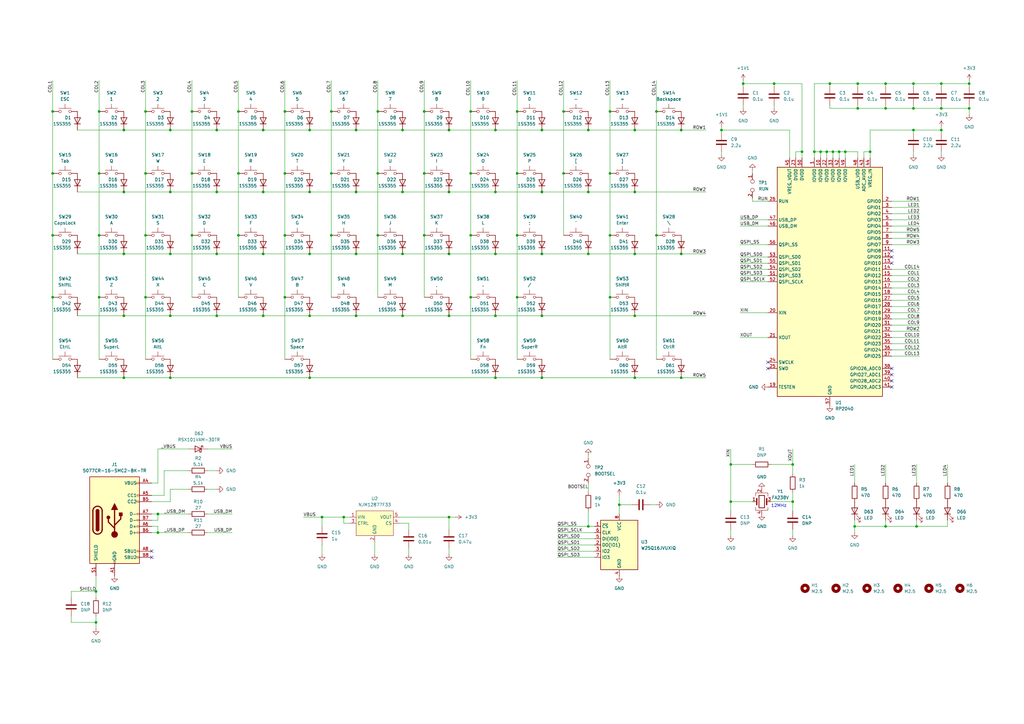
<source format=kicad_sch>
(kicad_sch (version 20230121) (generator eeschema)
  (paper "A3")
  (junction (at 269.24 96.52))
  (junction (at 116.84 45.72))
  (junction (at 184.15 104.14))
  (junction (at 363.22 215.9))
  (junction (at 317.5 34.29))
  (junction (at 59.69 96.52))
  (junction (at 250.19 96.52))
  (junction (at 336.55 62.23))
  (junction (at 340.36 34.29))
  (junction (at 97.79 71.12))
  (junction (at 50.8 104.14))
  (junction (at 154.94 71.12))
  (junction (at 40.64 121.92))
  (junction (at 203.2 154.94))
  (junction (at 260.35 129.54))
  (junction (at 351.79 44.45))
  (junction (at 222.25 53.34))
  (junction (at 39.37 255.27))
  (junction (at 203.2 129.54))
  (junction (at 173.99 96.52))
  (junction (at 325.12 205.74))
  (junction (at 69.85 104.14))
  (junction (at 88.9 78.74))
  (junction (at 279.4 154.94))
  (junction (at 184.15 129.54))
  (junction (at 107.95 53.34))
  (junction (at 116.84 121.92))
  (junction (at 241.3 104.14))
  (junction (at 250.19 71.12))
  (junction (at 212.09 45.72))
  (junction (at 69.85 154.94))
  (junction (at 241.3 53.34))
  (junction (at 135.89 45.72))
  (junction (at 260.35 154.94))
  (junction (at 250.19 121.92))
  (junction (at 397.51 34.29))
  (junction (at 59.69 45.72))
  (junction (at 135.89 71.12))
  (junction (at 132.08 212.09))
  (junction (at 193.04 45.72))
  (junction (at 184.15 53.34))
  (junction (at 165.1 78.74))
  (junction (at 374.65 53.34))
  (junction (at 386.08 44.45))
  (junction (at 173.99 45.72))
  (junction (at 299.72 205.74))
  (junction (at 50.8 53.34))
  (junction (at 50.8 78.74))
  (junction (at 127 53.34))
  (junction (at 146.05 53.34))
  (junction (at 184.15 78.74))
  (junction (at 154.94 45.72))
  (junction (at 260.35 78.74))
  (junction (at 212.09 71.12))
  (junction (at 127 104.14))
  (junction (at 154.94 96.52))
  (junction (at 386.08 34.29))
  (junction (at 21.59 96.52))
  (junction (at 231.14 71.12))
  (junction (at 222.25 78.74))
  (junction (at 339.09 62.23))
  (junction (at 116.84 96.52))
  (junction (at 127 129.54))
  (junction (at 59.69 121.92))
  (junction (at 279.4 53.34))
  (junction (at 146.05 78.74))
  (junction (at 140.97 212.09))
  (junction (at 64.77 218.44))
  (junction (at 173.99 71.12))
  (junction (at 21.59 45.72))
  (junction (at 116.84 71.12))
  (junction (at 21.59 71.12))
  (junction (at 193.04 121.92))
  (junction (at 39.37 242.57))
  (junction (at 203.2 53.34))
  (junction (at 374.65 44.45))
  (junction (at 212.09 96.52))
  (junction (at 351.79 34.29))
  (junction (at 127 78.74))
  (junction (at 222.25 154.94))
  (junction (at 165.1 129.54))
  (junction (at 328.93 62.23))
  (junction (at 40.64 45.72))
  (junction (at 193.04 71.12))
  (junction (at 356.87 62.23))
  (junction (at 295.91 53.34))
  (junction (at 304.8 34.29))
  (junction (at 203.2 104.14))
  (junction (at 374.65 34.29))
  (junction (at 64.77 210.82))
  (junction (at 325.12 190.5))
  (junction (at 50.8 154.94))
  (junction (at 254 207.01))
  (junction (at 50.8 129.54))
  (junction (at 69.85 129.54))
  (junction (at 241.3 78.74))
  (junction (at 40.64 96.52))
  (junction (at 279.4 104.14))
  (junction (at 350.52 215.9))
  (junction (at 78.74 96.52))
  (junction (at 375.92 215.9))
  (junction (at 250.19 45.72))
  (junction (at 222.25 104.14))
  (junction (at 363.22 44.45))
  (junction (at 88.9 104.14))
  (junction (at 193.04 96.52))
  (junction (at 88.9 53.34))
  (junction (at 107.95 104.14))
  (junction (at 269.24 45.72))
  (junction (at 146.05 104.14))
  (junction (at 165.1 53.34))
  (junction (at 260.35 104.14))
  (junction (at 107.95 129.54))
  (junction (at 146.05 129.54))
  (junction (at 97.79 96.52))
  (junction (at 165.1 104.14))
  (junction (at 386.08 53.34))
  (junction (at 299.72 190.5))
  (junction (at 78.74 45.72))
  (junction (at 222.25 129.54))
  (junction (at 334.01 62.23))
  (junction (at 88.9 129.54))
  (junction (at 346.71 62.23))
  (junction (at 69.85 78.74))
  (junction (at 397.51 44.45))
  (junction (at 344.17 62.23))
  (junction (at 127 154.94))
  (junction (at 184.15 212.09))
  (junction (at 69.85 53.34))
  (junction (at 21.59 121.92))
  (junction (at 212.09 121.92))
  (junction (at 363.22 34.29))
  (junction (at 135.89 96.52))
  (junction (at 78.74 71.12))
  (junction (at 341.63 62.23))
  (junction (at 260.35 53.34))
  (junction (at 203.2 78.74))
  (junction (at 40.64 71.12))
  (junction (at 107.95 78.74))
  (junction (at 97.79 45.72))
  (junction (at 241.3 215.9))
  (junction (at 59.69 71.12))
  (junction (at 231.14 45.72))
  (no_connect (at 365.76 105.41))
  (no_connect (at 365.76 153.67))
  (no_connect (at 365.76 151.13))
  (no_connect (at 365.76 156.21))
  (no_connect (at 365.76 107.95))
  (no_connect (at 365.76 102.87))
  (no_connect (at 314.96 151.13))
  (no_connect (at 62.23 228.6))
  (no_connect (at 365.76 158.75))
  (no_connect (at 314.96 148.59))
  (no_connect (at 62.23 226.06))
  (wire (pts (xy 326.39 64.77) (xy 326.39 62.23)))
  (wire (pts (xy 336.55 62.23) (xy 336.55 64.77)))
  (wire (pts (xy 59.69 45.72) (xy 59.69 71.12)))
  (wire (pts (xy 344.17 62.23) (xy 344.17 64.77)))
  (wire (pts (xy 346.71 62.23) (xy 346.71 64.77)))
  (wire (pts (xy 377.19 143.51) (xy 365.76 143.51)))
  (wire (pts (xy 363.22 215.9) (xy 350.52 215.9)))
  (wire (pts (xy 375.92 213.36) (xy 375.92 215.9)))
  (wire (pts (xy 325.12 184.15) (xy 325.12 190.5)))
  (wire (pts (xy 386.08 34.29) (xy 397.51 34.29)))
  (wire (pts (xy 303.53 92.71) (xy 314.96 92.71)))
  (wire (pts (xy 317.5 43.18) (xy 317.5 44.45)))
  (wire (pts (xy 374.65 34.29) (xy 374.65 35.56)))
  (wire (pts (xy 135.89 33.02) (xy 135.89 45.72)))
  (wire (pts (xy 304.8 34.29) (xy 317.5 34.29)))
  (wire (pts (xy 351.79 34.29) (xy 363.22 34.29)))
  (wire (pts (xy 64.77 215.9) (xy 64.77 218.44)))
  (wire (pts (xy 85.09 210.82) (xy 95.25 210.82)))
  (wire (pts (xy 88.9 78.74) (xy 107.95 78.74)))
  (wire (pts (xy 135.89 71.12) (xy 135.89 96.52)))
  (wire (pts (xy 386.08 34.29) (xy 386.08 35.56)))
  (wire (pts (xy 184.15 212.09) (xy 186.69 212.09)))
  (wire (pts (xy 377.19 135.89) (xy 365.76 135.89)))
  (wire (pts (xy 397.51 44.45) (xy 397.51 46.99)))
  (wire (pts (xy 31.75 78.74) (xy 50.8 78.74)))
  (wire (pts (xy 375.92 190.5) (xy 375.92 198.12)))
  (wire (pts (xy 116.84 121.92) (xy 116.84 147.32)))
  (wire (pts (xy 231.14 33.02) (xy 231.14 45.72)))
  (wire (pts (xy 279.4 53.34) (xy 289.56 53.34)))
  (wire (pts (xy 39.37 236.22) (xy 39.37 242.57)))
  (wire (pts (xy 341.63 62.23) (xy 344.17 62.23)))
  (wire (pts (xy 69.85 200.66) (xy 69.85 205.74)))
  (wire (pts (xy 146.05 129.54) (xy 165.1 129.54)))
  (wire (pts (xy 203.2 78.74) (xy 222.25 78.74)))
  (wire (pts (xy 351.79 43.18) (xy 351.79 44.45)))
  (wire (pts (xy 351.79 44.45) (xy 363.22 44.45)))
  (wire (pts (xy 78.74 33.02) (xy 78.74 45.72)))
  (wire (pts (xy 88.9 53.34) (xy 107.95 53.34)))
  (wire (pts (xy 124.46 212.09) (xy 132.08 212.09)))
  (wire (pts (xy 299.72 217.17) (xy 299.72 219.71)))
  (wire (pts (xy 377.19 82.55) (xy 365.76 82.55)))
  (wire (pts (xy 146.05 104.14) (xy 165.1 104.14)))
  (wire (pts (xy 377.19 133.35) (xy 365.76 133.35)))
  (wire (pts (xy 154.94 96.52) (xy 154.94 121.92)))
  (wire (pts (xy 69.85 78.74) (xy 88.9 78.74)))
  (wire (pts (xy 325.12 217.17) (xy 325.12 219.71)))
  (wire (pts (xy 203.2 53.34) (xy 222.25 53.34)))
  (wire (pts (xy 377.19 115.57) (xy 365.76 115.57)))
  (wire (pts (xy 377.19 92.71) (xy 365.76 92.71)))
  (wire (pts (xy 363.22 34.29) (xy 374.65 34.29)))
  (wire (pts (xy 107.95 78.74) (xy 127 78.74)))
  (wire (pts (xy 316.23 205.74) (xy 325.12 205.74)))
  (wire (pts (xy 140.97 214.63) (xy 140.97 212.09)))
  (wire (pts (xy 116.84 33.02) (xy 116.84 45.72)))
  (wire (pts (xy 334.01 34.29) (xy 334.01 62.23)))
  (wire (pts (xy 212.09 96.52) (xy 212.09 121.92)))
  (wire (pts (xy 386.08 43.18) (xy 386.08 44.45)))
  (wire (pts (xy 127 78.74) (xy 146.05 78.74)))
  (wire (pts (xy 165.1 104.14) (xy 184.15 104.14)))
  (wire (pts (xy 377.19 118.11) (xy 365.76 118.11)))
  (wire (pts (xy 77.47 200.66) (xy 69.85 200.66)))
  (wire (pts (xy 377.19 128.27) (xy 365.76 128.27)))
  (wire (pts (xy 88.9 104.14) (xy 107.95 104.14)))
  (wire (pts (xy 374.65 53.34) (xy 374.65 54.61)))
  (wire (pts (xy 250.19 45.72) (xy 250.19 71.12)))
  (wire (pts (xy 116.84 45.72) (xy 116.84 71.12)))
  (wire (pts (xy 78.74 96.52) (xy 78.74 121.92)))
  (wire (pts (xy 303.53 90.17) (xy 314.96 90.17)))
  (wire (pts (xy 328.93 34.29) (xy 328.93 62.23)))
  (wire (pts (xy 64.77 218.44) (xy 62.23 218.44)))
  (wire (pts (xy 222.25 129.54) (xy 260.35 129.54)))
  (wire (pts (xy 377.19 120.65) (xy 365.76 120.65)))
  (wire (pts (xy 377.19 146.05) (xy 365.76 146.05)))
  (wire (pts (xy 363.22 213.36) (xy 363.22 215.9)))
  (wire (pts (xy 377.19 113.03) (xy 365.76 113.03)))
  (wire (pts (xy 241.3 53.34) (xy 260.35 53.34)))
  (wire (pts (xy 377.19 85.09) (xy 365.76 85.09)))
  (wire (pts (xy 154.94 45.72) (xy 154.94 71.12)))
  (wire (pts (xy 107.95 53.34) (xy 127 53.34)))
  (wire (pts (xy 295.91 53.34) (xy 323.85 53.34)))
  (wire (pts (xy 69.85 104.14) (xy 88.9 104.14)))
  (wire (pts (xy 97.79 45.72) (xy 97.79 71.12)))
  (wire (pts (xy 50.8 154.94) (xy 69.85 154.94)))
  (wire (pts (xy 350.52 215.9) (xy 350.52 218.44)))
  (wire (pts (xy 59.69 96.52) (xy 59.69 121.92)))
  (wire (pts (xy 363.22 190.5) (xy 363.22 198.12)))
  (wire (pts (xy 184.15 53.34) (xy 203.2 53.34)))
  (wire (pts (xy 231.14 45.72) (xy 231.14 71.12)))
  (wire (pts (xy 165.1 78.74) (xy 184.15 78.74)))
  (wire (pts (xy 269.24 96.52) (xy 269.24 147.32)))
  (wire (pts (xy 222.25 104.14) (xy 241.3 104.14)))
  (wire (pts (xy 21.59 121.92) (xy 21.59 147.32)))
  (wire (pts (xy 97.79 71.12) (xy 97.79 96.52)))
  (wire (pts (xy 304.8 35.56) (xy 304.8 34.29)))
  (wire (pts (xy 127 129.54) (xy 146.05 129.54)))
  (wire (pts (xy 228.6 223.52) (xy 243.84 223.52)))
  (wire (pts (xy 50.8 129.54) (xy 69.85 129.54)))
  (wire (pts (xy 316.23 190.5) (xy 325.12 190.5)))
  (wire (pts (xy 64.77 198.12) (xy 62.23 198.12)))
  (wire (pts (xy 303.53 115.57) (xy 314.96 115.57)))
  (wire (pts (xy 116.84 71.12) (xy 116.84 96.52)))
  (wire (pts (xy 64.77 184.15) (xy 77.47 184.15)))
  (wire (pts (xy 146.05 78.74) (xy 165.1 78.74)))
  (wire (pts (xy 153.67 227.33) (xy 153.67 222.25)))
  (wire (pts (xy 241.3 186.69) (xy 241.3 187.96)))
  (wire (pts (xy 299.72 190.5) (xy 299.72 205.74)))
  (wire (pts (xy 336.55 62.23) (xy 339.09 62.23)))
  (wire (pts (xy 340.36 43.18) (xy 340.36 44.45)))
  (wire (pts (xy 167.64 224.79) (xy 167.64 227.33)))
  (wire (pts (xy 386.08 52.07) (xy 386.08 53.34)))
  (wire (pts (xy 21.59 96.52) (xy 21.59 121.92)))
  (wire (pts (xy 254 207.01) (xy 254 210.82)))
  (wire (pts (xy 184.15 212.09) (xy 163.83 212.09)))
  (wire (pts (xy 334.01 64.77) (xy 334.01 62.23)))
  (wire (pts (xy 228.6 228.6) (xy 243.84 228.6)))
  (wire (pts (xy 254 203.2) (xy 254 207.01)))
  (wire (pts (xy 64.77 213.36) (xy 64.77 210.82)))
  (wire (pts (xy 363.22 35.56) (xy 363.22 34.29)))
  (wire (pts (xy 303.53 138.43) (xy 314.96 138.43)))
  (wire (pts (xy 377.19 87.63) (xy 365.76 87.63)))
  (wire (pts (xy 127 154.94) (xy 203.2 154.94)))
  (wire (pts (xy 339.09 62.23) (xy 341.63 62.23)))
  (wire (pts (xy 334.01 34.29) (xy 340.36 34.29)))
  (wire (pts (xy 241.3 104.14) (xy 260.35 104.14)))
  (wire (pts (xy 303.53 110.49) (xy 314.96 110.49)))
  (wire (pts (xy 29.21 245.11) (xy 29.21 242.57)))
  (wire (pts (xy 377.19 123.19) (xy 365.76 123.19)))
  (wire (pts (xy 69.85 129.54) (xy 88.9 129.54)))
  (wire (pts (xy 303.53 113.03) (xy 314.96 113.03)))
  (wire (pts (xy 97.79 96.52) (xy 97.79 121.92)))
  (wire (pts (xy 340.36 35.56) (xy 340.36 34.29)))
  (wire (pts (xy 173.99 45.72) (xy 173.99 71.12)))
  (wire (pts (xy 377.19 95.25) (xy 365.76 95.25)))
  (wire (pts (xy 377.19 110.49) (xy 365.76 110.49)))
  (wire (pts (xy 85.09 200.66) (xy 88.9 200.66)))
  (wire (pts (xy 334.01 62.23) (xy 336.55 62.23)))
  (wire (pts (xy 328.93 34.29) (xy 317.5 34.29)))
  (wire (pts (xy 59.69 121.92) (xy 59.69 147.32)))
  (wire (pts (xy 374.65 53.34) (xy 386.08 53.34)))
  (wire (pts (xy 241.3 198.12) (xy 241.3 201.93)))
  (wire (pts (xy 241.3 209.55) (xy 241.3 215.9)))
  (wire (pts (xy 323.85 53.34) (xy 323.85 64.77)))
  (wire (pts (xy 40.64 45.72) (xy 40.64 71.12)))
  (wire (pts (xy 29.21 252.73) (xy 29.21 255.27)))
  (wire (pts (xy 212.09 45.72) (xy 212.09 71.12)))
  (wire (pts (xy 356.87 53.34) (xy 374.65 53.34)))
  (wire (pts (xy 386.08 44.45) (xy 397.51 44.45)))
  (wire (pts (xy 260.35 154.94) (xy 279.4 154.94)))
  (wire (pts (xy 212.09 121.92) (xy 212.09 147.32)))
  (wire (pts (xy 184.15 78.74) (xy 203.2 78.74)))
  (wire (pts (xy 40.64 71.12) (xy 40.64 96.52)))
  (wire (pts (xy 351.79 35.56) (xy 351.79 34.29)))
  (wire (pts (xy 308.61 82.55) (xy 314.96 82.55)))
  (wire (pts (xy 40.64 33.02) (xy 40.64 45.72)))
  (wire (pts (xy 203.2 104.14) (xy 222.25 104.14)))
  (wire (pts (xy 184.15 217.17) (xy 184.15 212.09)))
  (wire (pts (xy 64.77 210.82) (xy 77.47 210.82)))
  (wire (pts (xy 350.52 213.36) (xy 350.52 215.9)))
  (wire (pts (xy 184.15 227.33) (xy 184.15 224.79)))
  (wire (pts (xy 193.04 96.52) (xy 193.04 121.92)))
  (wire (pts (xy 325.12 205.74) (xy 325.12 209.55)))
  (wire (pts (xy 21.59 45.72) (xy 21.59 71.12)))
  (wire (pts (xy 328.93 62.23) (xy 326.39 62.23)))
  (wire (pts (xy 377.19 140.97) (xy 365.76 140.97)))
  (wire (pts (xy 377.19 130.81) (xy 365.76 130.81)))
  (wire (pts (xy 222.25 78.74) (xy 241.3 78.74)))
  (wire (pts (xy 31.75 129.54) (xy 50.8 129.54)))
  (wire (pts (xy 127 53.34) (xy 146.05 53.34)))
  (wire (pts (xy 167.64 214.63) (xy 163.83 214.63)))
  (wire (pts (xy 212.09 71.12) (xy 212.09 96.52)))
  (wire (pts (xy 154.94 71.12) (xy 154.94 96.52)))
  (wire (pts (xy 62.23 213.36) (xy 64.77 213.36)))
  (wire (pts (xy 69.85 53.34) (xy 88.9 53.34)))
  (wire (pts (xy 340.36 34.29) (xy 351.79 34.29)))
  (wire (pts (xy 356.87 53.34) (xy 356.87 62.23)))
  (wire (pts (xy 165.1 53.34) (xy 184.15 53.34)))
  (wire (pts (xy 377.19 125.73) (xy 365.76 125.73)))
  (wire (pts (xy 62.23 210.82) (xy 64.77 210.82)))
  (wire (pts (xy 228.6 220.98) (xy 243.84 220.98)))
  (wire (pts (xy 397.51 34.29) (xy 397.51 35.56)))
  (wire (pts (xy 193.04 71.12) (xy 193.04 96.52)))
  (wire (pts (xy 295.91 52.07) (xy 295.91 53.34)))
  (wire (pts (xy 250.19 121.92) (xy 250.19 147.32)))
  (wire (pts (xy 269.24 33.02) (xy 269.24 45.72)))
  (wire (pts (xy 351.79 64.77) (xy 351.79 62.23)))
  (wire (pts (xy 173.99 33.02) (xy 173.99 45.72)))
  (wire (pts (xy 397.51 43.18) (xy 397.51 44.45)))
  (wire (pts (xy 62.23 215.9) (xy 64.77 215.9)))
  (wire (pts (xy 39.37 255.27) (xy 39.37 257.81)))
  (wire (pts (xy 31.75 53.34) (xy 50.8 53.34)))
  (wire (pts (xy 377.19 97.79) (xy 365.76 97.79)))
  (wire (pts (xy 64.77 218.44) (xy 77.47 218.44)))
  (wire (pts (xy 40.64 96.52) (xy 40.64 121.92)))
  (wire (pts (xy 31.75 104.14) (xy 50.8 104.14)))
  (wire (pts (xy 250.19 33.02) (xy 250.19 45.72)))
  (wire (pts (xy 31.75 154.94) (xy 50.8 154.94)))
  (wire (pts (xy 116.84 96.52) (xy 116.84 121.92)))
  (wire (pts (xy 377.19 100.33) (xy 365.76 100.33)))
  (wire (pts (xy 222.25 53.34) (xy 241.3 53.34)))
  (wire (pts (xy 132.08 212.09) (xy 140.97 212.09)))
  (wire (pts (xy 374.65 62.23) (xy 374.65 63.5)))
  (wire (pts (xy 279.4 104.14) (xy 289.56 104.14)))
  (wire (pts (xy 67.31 203.2) (xy 62.23 203.2)))
  (wire (pts (xy 154.94 33.02) (xy 154.94 45.72)))
  (wire (pts (xy 308.61 190.5) (xy 299.72 190.5)))
  (wire (pts (xy 107.95 104.14) (xy 127 104.14)))
  (wire (pts (xy 50.8 78.74) (xy 69.85 78.74)))
  (wire (pts (xy 351.79 62.23) (xy 346.71 62.23)))
  (wire (pts (xy 222.25 154.94) (xy 260.35 154.94)))
  (wire (pts (xy 260.35 53.34) (xy 279.4 53.34)))
  (wire (pts (xy 341.63 62.23) (xy 341.63 64.77)))
  (wire (pts (xy 386.08 53.34) (xy 386.08 54.61)))
  (wire (pts (xy 328.93 64.77) (xy 328.93 62.23)))
  (wire (pts (xy 260.35 104.14) (xy 279.4 104.14)))
  (wire (pts (xy 231.14 71.12) (xy 231.14 96.52)))
  (wire (pts (xy 325.12 190.5) (xy 325.12 194.31)))
  (wire (pts (xy 184.15 129.54) (xy 203.2 129.54)))
  (wire (pts (xy 340.36 44.45) (xy 351.79 44.45)))
  (wire (pts (xy 97.79 33.02) (xy 97.79 45.72)))
  (wire (pts (xy 317.5 35.56) (xy 317.5 34.29)))
  (wire (pts (xy 203.2 154.94) (xy 222.25 154.94)))
  (wire (pts (xy 228.6 226.06) (xy 243.84 226.06)))
  (wire (pts (xy 295.91 53.34) (xy 295.91 54.61)))
  (wire (pts (xy 140.97 212.09) (xy 143.51 212.09)))
  (wire (pts (xy 350.52 190.5) (xy 350.52 198.12)))
  (wire (pts (xy 304.8 43.18) (xy 304.8 44.45)))
  (wire (pts (xy 39.37 242.57) (xy 39.37 245.11)))
  (wire (pts (xy 374.65 44.45) (xy 386.08 44.45)))
  (wire (pts (xy 339.09 62.23) (xy 339.09 64.77)))
  (wire (pts (xy 228.6 215.9) (xy 241.3 215.9)))
  (wire (pts (xy 173.99 71.12) (xy 173.99 96.52)))
  (wire (pts (xy 173.99 96.52) (xy 173.99 121.92)))
  (wire (pts (xy 21.59 71.12) (xy 21.59 96.52)))
  (wire (pts (xy 29.21 242.57) (xy 39.37 242.57)))
  (wire (pts (xy 295.91 63.5) (xy 295.91 62.23)))
  (wire (pts (xy 299.72 184.15) (xy 299.72 190.5)))
  (wire (pts (xy 67.31 193.04) (xy 67.31 203.2)))
  (wire (pts (xy 85.09 218.44) (xy 95.25 218.44)))
  (wire (pts (xy 269.24 45.72) (xy 269.24 96.52)))
  (wire (pts (xy 356.87 64.77) (xy 356.87 62.23)))
  (wire (pts (xy 304.8 33.02) (xy 304.8 34.29)))
  (wire (pts (xy 85.09 193.04) (xy 88.9 193.04)))
  (wire (pts (xy 193.04 45.72) (xy 193.04 71.12)))
  (wire (pts (xy 299.72 205.74) (xy 299.72 209.55)))
  (wire (pts (xy 254 207.01) (xy 259.08 207.01)))
  (wire (pts (xy 377.19 138.43) (xy 365.76 138.43)))
  (wire (pts (xy 69.85 154.94) (xy 127 154.94)))
  (wire (pts (xy 377.19 90.17) (xy 365.76 90.17)))
  (wire (pts (xy 388.62 215.9) (xy 375.92 215.9)))
  (wire (pts (xy 303.53 105.41) (xy 314.96 105.41)))
  (wire (pts (xy 308.61 205.74) (xy 299.72 205.74)))
  (wire (pts (xy 356.87 62.23) (xy 354.33 62.23)))
  (wire (pts (xy 354.33 62.23) (xy 354.33 64.77)))
  (wire (pts (xy 39.37 252.73) (xy 39.37 255.27)))
  (wire (pts (xy 143.51 214.63) (xy 140.97 214.63)))
  (wire (pts (xy 363.22 43.18) (xy 363.22 44.45)))
  (wire (pts (xy 374.65 34.29) (xy 386.08 34.29)))
  (wire (pts (xy 260.35 78.74) (xy 289.56 78.74)))
  (wire (pts (xy 40.64 121.92) (xy 40.64 147.32)))
  (wire (pts (xy 85.09 184.15) (xy 95.25 184.15)))
  (wire (pts (xy 107.95 129.54) (xy 127 129.54)))
  (wire (pts (xy 193.04 121.92) (xy 193.04 147.32)))
  (wire (pts (xy 375.92 215.9) (xy 363.22 215.9)))
  (wire (pts (xy 388.62 213.36) (xy 388.62 215.9)))
  (wire (pts (xy 250.19 96.52) (xy 250.19 121.92)))
  (wire (pts (xy 59.69 33.02) (xy 59.69 45.72)))
  (wire (pts (xy 344.17 62.23) (xy 346.71 62.23)))
  (wire (pts (xy 132.08 223.52) (xy 132.08 227.33)))
  (wire (pts (xy 228.6 218.44) (xy 243.84 218.44)))
  (wire (pts (xy 64.77 184.15) (xy 64.77 198.12)))
  (wire (pts (xy 59.69 71.12) (xy 59.69 96.52)))
  (wire (pts (xy 167.64 217.17) (xy 167.64 214.63)))
  (wire (pts (xy 132.08 212.09) (xy 132.08 215.9)))
  (wire (pts (xy 303.53 100.33) (xy 314.96 100.33)))
  (wire (pts (xy 184.15 104.14) (xy 203.2 104.14)))
  (wire (pts (xy 241.3 215.9) (xy 243.84 215.9)))
  (wire (pts (xy 135.89 45.72) (xy 135.89 71.12)))
  (wire (pts (xy 260.35 129.54) (xy 289.56 129.54)))
  (wire (pts (xy 146.05 53.34) (xy 165.1 53.34)))
  (wire (pts (xy 50.8 104.14) (xy 69.85 104.14)))
  (wire (pts (xy 88.9 129.54) (xy 107.95 129.54)))
  (wire (pts (xy 78.74 71.12) (xy 78.74 96.52)))
  (wire (pts (xy 363.22 44.45) (xy 374.65 44.45)))
  (wire (pts (xy 165.1 129.54) (xy 184.15 129.54)))
  (wire (pts (xy 127 104.14) (xy 146.05 104.14)))
  (wire (pts (xy 250.19 71.12) (xy 250.19 96.52)))
  (wire (pts (xy 279.4 154.94) (xy 289.56 154.94)))
  (wire (pts (xy 50.8 53.34) (xy 69.85 53.34)))
  (wire (pts (xy 193.04 33.02) (xy 193.04 45.72)))
  (wire (pts (xy 386.08 62.23) (xy 386.08 63.5)))
  (wire (pts (xy 135.89 96.52) (xy 135.89 121.92)))
  (wire (pts (xy 303.53 128.27) (xy 314.96 128.27)))
  (wire (pts (xy 203.2 129.54) (xy 222.25 129.54)))
  (wire (pts (xy 397.51 33.02) (xy 397.51 34.29)))
  (wire (pts (xy 308.61 71.12) (xy 308.61 69.85)))
  (wire (pts (xy 77.47 193.04) (xy 67.31 193.04)))
  (wire (pts (xy 241.3 78.74) (xy 260.35 78.74)))
  (wire (pts (xy 29.21 255.27) (xy 39.37 255.27)))
  (wire (pts (xy 78.74 45.72) (xy 78.74 71.12)))
  (wire (pts (xy 212.09 33.02) (xy 212.09 45.72)))
  (wire (pts (xy 374.65 43.18) (xy 374.65 44.45)))
  (wire (pts (xy 308.61 82.55) (xy 308.61 81.28)))
  (wire (pts (xy 266.7 207.01) (xy 269.24 207.01)))
  (wire (pts (xy 69.85 205.74) (xy 62.23 205.74)))
  (wire (pts (xy 303.53 107.95) (xy 314.96 107.95)))
  (wire (pts (xy 21.59 33.02) (xy 21.59 45.72)))
  (wire (pts (xy 325.12 201.93) (xy 325.12 205.74)))
  (wire (pts (xy 388.62 190.5) (xy 388.62 198.12)))
  (text "12MHz" (at 316.23 208.28 0) (effects (font (size 1.27 1.27)) (justify left bottom)))
  (label "LED2" (at 363.22 190.5 270))
  (label "COL13" (at 250.19 33.02 270))
  (label "USB_DP" (at 95.25 218.44 180))
  (label "LED4" (at 377.19 92.71 180))
  (label "COL3" (at 59.69 33.02 270))
  (label "LED3" (at 375.92 190.5 270))
  (label "QSPI_SD1" (at 228.6 223.52 0))
  (label "COL12" (at 231.14 33.02 270))
  (label "COL6" (at 116.84 33.02 270))
  (label "ROW3" (at 377.19 100.33 180))
  (label "ROW2" (at 377.19 135.89 180))
  (label "COL8" (at 154.94 33.02 270))
  (label "COL7" (at 377.19 128.27 180))
  (label "_USB_DP" (at 67.31 218.44 0))
  (label "BOOTSEL" (at 241.3 200.66 180))
  (label "COL6" (at 377.19 125.73 180))
  (label "LED1" (at 377.19 85.09 180))
  (label "_VBUS" (at 66.04 184.15 0))
  (label "QSPI_SD3" (at 228.6 228.6 0))
  (label "ROW5" (at 289.56 154.94 180))
  (label "VBUS" (at 95.25 184.15 180))
  (label "QSPI_SS" (at 228.6 215.9 0))
  (label "XOUT" (at 303.53 138.43 0))
  (label "XIN" (at 299.72 184.15 270))
  (label "USB_DP" (at 303.53 90.17 0))
  (label "COL1" (at 21.59 33.02 270))
  (label "LED4" (at 388.62 190.5 270))
  (label "QSPI_SD0" (at 303.53 105.41 0))
  (label "QSPI_SD0" (at 228.6 220.98 0))
  (label "QSPI_SS" (at 303.53 100.33 0))
  (label "COL11" (at 212.09 33.02 270))
  (label "LED3" (at 377.19 90.17 180))
  (label "VBUS" (at 124.46 212.09 0))
  (label "COL11" (at 377.19 140.97 180))
  (label "COL3" (at 377.19 118.11 180))
  (label "RUN" (at 314.96 82.55 180))
  (label "LED2" (at 377.19 87.63 180))
  (label "COL9" (at 377.19 133.35 180))
  (label "SHIELD" (at 39.37 242.57 180))
  (label "COL8" (at 377.19 130.81 180))
  (label "ROW3" (at 289.56 104.14 180))
  (label "COL1" (at 377.19 113.03 180))
  (label "COL9" (at 173.99 33.02 270))
  (label "QSPI_SCLK" (at 303.53 115.57 0))
  (label "_USB_DM" (at 67.31 210.82 0))
  (label "QSPI_SD1" (at 303.53 107.95 0))
  (label "QSPI_SD3" (at 303.53 113.03 0))
  (label "COL10" (at 377.19 138.43 180))
  (label "COL4" (at 78.74 33.02 270))
  (label "VBUS" (at 438.15 5.08 0))
  (label "ROW4" (at 289.56 129.54 180))
  (label "COL5" (at 97.79 33.02 270))
  (label "ROW2" (at 289.56 78.74 180))
  (label "ROW5" (at 377.19 95.25 180))
  (label "LED1" (at 350.52 190.5 270))
  (label "QSPI_SCLK" (at 228.6 218.44 0))
  (label "COL2" (at 377.19 115.57 180))
  (label "XIN" (at 303.53 128.27 0))
  (label "COL14" (at 269.24 33.02 270))
  (label "COL14" (at 377.19 110.49 180))
  (label "QSPI_SD2" (at 303.53 110.49 0))
  (label "COL7" (at 135.89 33.02 270))
  (label "COL10" (at 193.04 33.02 270))
  (label "XOUT" (at 325.12 184.15 270))
  (label "QSPI_SD2" (at 228.6 226.06 0))
  (label "COL12" (at 377.19 143.51 180))
  (label "COL5" (at 377.19 123.19 180))
  (label "ROW1" (at 377.19 82.55 180))
  (label "COL4" (at 377.19 120.65 180))
  (label "USB_DM" (at 95.25 210.82 180))
  (label "ROW1" (at 289.56 53.34 180))
  (label "COL2" (at 40.64 33.02 270))
  (label "USB_DM" (at 303.53 92.71 0))
  (label "ROW4" (at 377.19 97.79 180))
  (label "COL13" (at 377.19 146.05 180))
  (symbol (lib_id "Switch:SW_Push") (at 64.77 96.52 0) (mirror y) (unit 1)
    (property "Reference" "SW31" (at 64.77 88.9 0))
    (property "Value" "S" (at 64.77 91.44 0))
    (property "Footprint" "Button_Switch_Keyboard:SW_Cherry_MX_1.00u_PCB" (effects hide))
  )
  (symbol (lib_id "Device:R") (at 241.3 205.74 0) (unit 1)
    (property "Reference" "R9" (at 243.84 204.47 0) (effects (justify left)))
    (property "Value" "1k" (at 243.84 207.01 0) (effects (justify left)))
    (property "Footprint" "Resistor_SMD:R_0402_1005Metric" (effects hide))
  )
  (symbol (lib_id "Switch:SW_Push") (at 26.67 71.12 0) (mirror y) (unit 1)
    (property "Reference" "SW15" (at 26.67 63.5 0))
    (property "Value" "Tab" (at 26.67 66.04 0))
    (property "Footprint" "Button_Switch_Keyboard:SW_Cherry_MX_1.50u_PCB" (effects hide))
  )
  (symbol (lib_id "power:PWR_FLAG") (at 438.15 5.08 90) (unit 1)
    (property "Reference" "#FLG01" (effects hide))
    (property "Value" "PWR_FLAG" (at 434.34 5.08 90) (effects (justify left)))
  )
  (symbol (lib_id "Switch:SW_Push") (at 179.07 71.12 0) (mirror y) (unit 1)
    (property "Reference" "SW23" (at 179.07 63.5 0))
    (property "Value" "I" (at 179.07 66.04 0))
    (property "Footprint" "Button_Switch_Keyboard:SW_Cherry_MX_1.00u_PCB" (effects hide))
  )
  (symbol (lib_id "Device:D") (at 222.25 74.93 270) (mirror x) (unit 1)
    (property "Reference" "D25" (at 219.71 73.66 90) (effects (justify right)))
    (property "Value" "1SS355" (at 219.71 76.2 90) (effects (justify right)))
    (property "Footprint" "Diode_SMD:D_SOD-323" (effects hide))
    (property "Sim.Device" "D" (effects hide))
    (property "Sim.Pins" "1=K 2=A" (effects hide))
  )
  (symbol (lib_id "Device:D") (at 184.15 100.33 270) (mirror x) (unit 1)
    (property "Reference" "D37" (at 181.61 99.06 90) (effects (justify right)))
    (property "Value" "1SS355" (at 181.61 101.6 90) (effects (justify right)))
    (property "Footprint" "Diode_SMD:D_SOD-323" (effects hide))
    (property "Sim.Device" "D" (effects hide))
    (property "Sim.Pins" "1=K 2=A" (effects hide))
  )
  (symbol (lib_id "Device:R") (at 81.28 218.44 90) (unit 1)
    (property "Reference" "R11" (at 81.28 213.36 90))
    (property "Value" "27" (at 81.28 215.9 90))
    (property "Footprint" "Resistor_SMD:R_0402_1005Metric" (effects hide))
  )
  (symbol (lib_id "Switch:SW_Push") (at 160.02 45.72 0) (mirror y) (unit 1)
    (property "Reference" "SW8" (at 160.02 38.1 0))
    (property "Value" "7" (at 160.02 40.64 0))
    (property "Footprint" "Button_Switch_Keyboard:SW_Cherry_MX_1.00u_PCB" (effects hide))
  )
  (symbol (lib_id "Device:D") (at 184.15 49.53 270) (mirror x) (unit 1)
    (property "Reference" "D9" (at 181.61 48.26 90) (effects (justify right)))
    (property "Value" "1SS355" (at 181.61 50.8 90) (effects (justify right)))
    (property "Footprint" "Diode_SMD:D_SOD-323" (effects hide))
    (property "Sim.Device" "D" (effects hide))
    (property "Sim.Pins" "1=K 2=A" (effects hide))
  )
  (symbol (lib_id "power:GND") (at 312.42 210.82 0) (unit 1)
    (property "Reference" "#PWR021" (effects hide))
    (property "Value" "GND" (at 312.42 215.9 0))
  )
  (symbol (lib_id "Device:D") (at 127 49.53 270) (mirror x) (unit 1)
    (property "Reference" "D6" (at 124.46 48.26 90) (effects (justify right)))
    (property "Value" "1SS355" (at 124.46 50.8 90) (effects (justify right)))
    (property "Footprint" "Diode_SMD:D_SOD-323" (effects hide))
    (property "Sim.Device" "D" (effects hide))
    (property "Sim.Pins" "1=K 2=A" (effects hide))
  )
  (symbol (lib_id "Device:C") (at 299.72 213.36 0) (unit 1)
    (property "Reference" "C13" (at 303.53 212.09 0) (effects (justify left)))
    (property "Value" "DNP" (at 303.53 214.63 0) (effects (justify left)))
    (property "Footprint" "Capacitor_SMD:C_0402_1005Metric" (effects hide))
  )
  (symbol (lib_id "Switch:SW_Push") (at 121.92 71.12 0) (mirror y) (unit 1)
    (property "Reference" "SW20" (at 121.92 63.5 0))
    (property "Value" "T" (at 121.92 66.04 0))
    (property "Footprint" "Button_Switch_Keyboard:SW_Cherry_MX_1.00u_PCB" (effects hide))
  )
  (symbol (lib_id "Device:R") (at 81.28 210.82 90) (unit 1)
    (property "Reference" "R10" (at 81.28 205.74 90))
    (property "Value" "27" (at 81.28 208.28 90))
    (property "Footprint" "Resistor_SMD:R_0402_1005Metric" (effects hide))
  )
  (symbol (lib_id "Device:D") (at 222.25 100.33 270) (mirror x) (unit 1)
    (property "Reference" "D39" (at 219.71 99.06 90) (effects (justify right)))
    (property "Value" "1SS355" (at 219.71 101.6 90) (effects (justify right)))
    (property "Footprint" "Diode_SMD:D_SOD-323" (effects hide))
    (property "Sim.Device" "D" (effects hide))
    (property "Sim.Pins" "1=K 2=A" (effects hide))
  )
  (symbol (lib_id "Device:D") (at 165.1 49.53 270) (mirror x) (unit 1)
    (property "Reference" "D8" (at 162.56 48.26 90) (effects (justify right)))
    (property "Value" "1SS355" (at 162.56 50.8 90) (effects (justify right)))
    (property "Footprint" "Diode_SMD:D_SOD-323" (effects hide))
    (property "Sim.Device" "D" (effects hide))
    (property "Sim.Pins" "1=K 2=A" (effects hide))
  )
  (symbol (lib_id "Device:D") (at 50.8 74.93 270) (mirror x) (unit 1)
    (property "Reference" "D16" (at 48.26 73.66 90) (effects (justify right)))
    (property "Value" "1SS355" (at 48.26 76.2 90) (effects (justify right)))
    (property "Footprint" "Diode_SMD:D_SOD-323" (effects hide))
    (property "Sim.Device" "D" (effects hide))
    (property "Sim.Pins" "1=K 2=A" (effects hide))
  )
  (symbol (lib_id "power:GND") (at 350.52 218.44 0) (unit 1)
    (property "Reference" "#PWR023" (effects hide))
    (property "Value" "GND" (at 350.52 223.52 0))
  )
  (symbol (lib_id "Switch:SW_Push") (at 255.27 147.32 0) (mirror y) (unit 1)
    (property "Reference" "SW60" (at 255.27 139.7 0))
    (property "Value" "AltR" (at 255.27 142.24 0))
    (property "Footprint" "Button_Switch_Keyboard:SW_Cherry_MX_1.25u_PCB" (effects hide))
  )
  (symbol (lib_id "Switch:SW_Push") (at 236.22 71.12 0) (mirror y) (unit 1)
    (property "Reference" "SW26" (at 236.22 63.5 0))
    (property "Value" "[" (at 236.22 66.04 0))
    (property "Footprint" "Button_Switch_Keyboard:SW_Cherry_MX_1.00u_PCB" (effects hide))
  )
  (symbol (lib_id "Device:D") (at 241.3 49.53 270) (mirror x) (unit 1)
    (property "Reference" "D12" (at 238.76 48.26 90) (effects (justify right)))
    (property "Value" "1SS355" (at 238.76 50.8 90) (effects (justify right)))
    (property "Footprint" "Diode_SMD:D_SOD-323" (effects hide))
    (property "Sim.Device" "D" (effects hide))
    (property "Sim.Pins" "1=K 2=A" (effects hide))
  )
  (symbol (lib_id "Switch:SW_Push") (at 26.67 147.32 0) (mirror y) (unit 1)
    (property "Reference" "SW54" (at 26.67 139.7 0))
    (property "Value" "CtrlL" (at 26.67 142.24 0))
    (property "Footprint" "Button_Switch_Keyboard:SW_Cherry_MX_1.25u_PCB" (effects hide))
  )
  (symbol (lib_id "Device:D") (at 146.05 100.33 270) (mirror x) (unit 1)
    (property "Reference" "D35" (at 143.51 99.06 90) (effects (justify right)))
    (property "Value" "1SS355" (at 143.51 101.6 90) (effects (justify right)))
    (property "Footprint" "Diode_SMD:D_SOD-323" (effects hide))
    (property "Sim.Device" "D" (effects hide))
    (property "Sim.Pins" "1=K 2=A" (effects hide))
  )
  (symbol (lib_id "Switch:SW_Push") (at 140.97 96.52 0) (mirror y) (unit 1)
    (property "Reference" "SW35" (at 140.97 88.9 0))
    (property "Value" "H" (at 140.97 91.44 0))
    (property "Footprint" "Button_Switch_Keyboard:SW_Cherry_MX_1.00u_PCB" (effects hide))
  )
  (symbol (lib_id "Device:D") (at 279.4 151.13 270) (mirror x) (unit 1)
    (property "Reference" "D61" (at 276.86 149.86 90) (effects (justify right)))
    (property "Value" "1SS355" (at 276.86 152.4 90) (effects (justify right)))
    (property "Footprint" "Diode_SMD:D_SOD-323" (effects hide))
    (property "Sim.Device" "D" (effects hide))
    (property "Sim.Pins" "1=K 2=A" (effects hide))
  )
  (symbol (lib_id "power:GND") (at 295.91 63.5 0) (unit 1)
    (property "Reference" "#PWR09" (effects hide))
    (property "Value" "GND" (at 295.91 68.58 0))
  )
  (symbol (lib_id "power:+3V3") (at 386.08 52.07 0) (unit 1)
    (property "Reference" "#PWR08" (effects hide))
    (property "Value" "+3V3" (at 386.08 46.99 0))
  )
  (symbol (lib_id "power:GND") (at 153.67 227.33 0) (unit 1)
    (property "Reference" "#PWR027" (effects hide))
    (property "Value" "GND" (at 153.67 232.41 0))
  )
  (symbol (lib_id "Switch:SW_Push") (at 217.17 71.12 0) (mirror y) (unit 1)
    (property "Reference" "SW25" (at 217.17 63.5 0))
    (property "Value" "P" (at 217.17 66.04 0))
    (property "Footprint" "Button_Switch_Keyboard:SW_Cherry_MX_1.00u_PCB" (effects hide))
  )
  (symbol (lib_id "Mechanical:MountingHole") (at 330.2 241.3 0) (unit 1)
    (property "Reference" "H1" (at 332.74 240.03 0) (effects (justify left)))
    (property "Value" "M2.5" (at 332.74 242.57 0) (effects (justify left)))
    (property "Footprint" "MountingHole:MountingHole_2.7mm_M2.5_ISO7380" (effects hide))
  )
  (symbol (lib_id "Device:D") (at 260.35 151.13 270) (mirror x) (unit 1)
    (property "Reference" "D60" (at 257.81 149.86 90) (effects (justify right)))
    (property "Value" "1SS355" (at 257.81 152.4 90) (effects (justify right)))
    (property "Footprint" "Diode_SMD:D_SOD-323" (effects hide))
    (property "Sim.Device" "D" (effects hide))
    (property "Sim.Pins" "1=K 2=A" (effects hide))
  )
  (symbol (lib_id "Device:D") (at 127 125.73 270) (mirror x) (unit 1)
    (property "Reference" "D47" (at 124.46 124.46 90) (effects (justify right)))
    (property "Value" "1SS355" (at 124.46 127 90) (effects (justify right)))
    (property "Footprint" "Diode_SMD:D_SOD-323" (effects hide))
    (property "Sim.Device" "D" (effects hide))
    (property "Sim.Pins" "1=K 2=A" (effects hide))
  )
  (symbol (lib_id "Device:D") (at 146.05 49.53 270) (mirror x) (unit 1)
    (property "Reference" "D7" (at 143.51 48.26 90) (effects (justify right)))
    (property "Value" "1SS355" (at 143.51 50.8 90) (effects (justify right)))
    (property "Footprint" "Diode_SMD:D_SOD-323" (effects hide))
    (property "Sim.Device" "D" (effects hide))
    (property "Sim.Pins" "1=K 2=A" (effects hide))
  )
  (symbol (lib_id "power:GND") (at 269.24 207.01 90) (unit 1)
    (property "Reference" "#PWR020" (effects hide))
    (property "Value" "GND" (at 273.05 207.01 90) (effects (justify right)))
  )
  (symbol (lib_id "power:GND") (at 438.15 10.16 90) (unit 1)
    (property "Reference" "#PWR01" (effects hide))
    (property "Value" "GND" (at 441.96 10.16 90) (effects (justify right)))
  )
  (symbol (lib_id "Switch:SW_Push") (at 198.12 45.72 0) (mirror y) (unit 1)
    (property "Reference" "SW10" (at 198.12 38.1 0))
    (property "Value" "9" (at 198.12 40.64 0))
    (property "Footprint" "Button_Switch_Keyboard:SW_Cherry_MX_1.00u_PCB" (effects hide))
  )
  (symbol (lib_id "power:GND") (at 299.72 219.71 0) (unit 1)
    (property "Reference" "#PWR024" (effects hide))
    (property "Value" "GND" (at 299.72 224.79 0))
  )
  (symbol (lib_id "Device:D") (at 203.2 125.73 270) (mirror x) (unit 1)
    (property "Reference" "D51" (at 200.66 124.46 90) (effects (justify right)))
    (property "Value" "1SS355" (at 200.66 127 90) (effects (justify right)))
    (property "Footprint" "Diode_SMD:D_SOD-323" (effects hide))
    (property "Sim.Device" "D" (effects hide))
    (property "Sim.Pins" "1=K 2=A" (effects hide))
  )
  (symbol (lib_id "power:GND") (at 184.15 227.33 0) (unit 1)
    (property "Reference" "#PWR029" (effects hide))
    (property "Value" "GND" (at 184.15 232.41 0))
  )
  (symbol (lib_id "Connector:TestPoint_2Pole") (at 241.3 193.04 270) (unit 1)
    (property "Reference" "TP2" (at 243.84 191.77 90) (effects (justify left)))
    (property "Value" "BOOTSEL" (at 243.84 194.31 90) (effects (justify left)))
    (property "Footprint" "TestPoint:TestPoint_2Pads_Pitch2.54mm_Drill0.8mm" (effects hide))
  )
  (symbol (lib_id "Switch:SW_Push") (at 217.17 96.52 0) (mirror y) (unit 1)
    (property "Reference" "SW39" (at 217.17 88.9 0))
    (property "Value" ";" (at 217.17 91.44 0))
    (property "Footprint" "Button_Switch_Keyboard:SW_Cherry_MX_1.00u_PCB" (effects hide))
  )
  (symbol (lib_id "Device:D") (at 165.1 100.33 270) (mirror x) (unit 1)
    (property "Reference" "D36" (at 162.56 99.06 90) (effects (justify right)))
    (property "Value" "1SS355" (at 162.56 101.6 90) (effects (justify right)))
    (property "Footprint" "Diode_SMD:D_SOD-323" (effects hide))
    (property "Sim.Device" "D" (effects hide))
    (property "Sim.Pins" "1=K 2=A" (effects hide))
  )
  (symbol (lib_id "power:GND") (at 340.36 166.37 0) (unit 1)
    (property "Reference" "#PWR014" (effects hide))
    (property "Value" "GND" (at 340.36 171.45 0))
  )
  (symbol (lib_id "Switch:SW_Push") (at 160.02 71.12 0) (mirror y) (unit 1)
    (property "Reference" "SW22" (at 160.02 63.5 0))
    (property "Value" "U" (at 160.02 66.04 0))
    (property "Footprint" "Button_Switch_Keyboard:SW_Cherry_MX_1.00u_PCB" (effects hide))
  )
  (symbol (lib_id "Device:D") (at 146.05 125.73 270) (mirror x) (unit 1)
    (property "Reference" "D48" (at 143.51 124.46 90) (effects (justify right)))
    (property "Value" "1SS355" (at 143.51 127 90) (effects (justify right)))
    (property "Footprint" "Diode_SMD:D_SOD-323" (effects hide))
    (property "Sim.Device" "D" (effects hide))
    (property "Sim.Pins" "1=K 2=A" (effects hide))
  )
  (symbol (lib_id "Switch:SW_Push") (at 255.27 45.72 0) (mirror y) (unit 1)
    (property "Reference" "SW13" (at 255.27 38.1 0))
    (property "Value" "=" (at 255.27 40.64 0))
    (property "Footprint" "Button_Switch_Keyboard:SW_Cherry_MX_1.00u_PCB" (effects hide))
  )
  (symbol (lib_id "Switch:SW_Push") (at 217.17 45.72 0) (mirror y) (unit 1)
    (property "Reference" "SW11" (at 217.17 38.1 0))
    (property "Value" "0" (at 217.17 40.64 0))
    (property "Footprint" "Button_Switch_Keyboard:SW_Cherry_MX_1.00u_PCB" (effects hide))
  )
  (symbol (lib_id "Device:R") (at 39.37 248.92 0) (unit 1)
    (property "Reference" "R12" (at 41.91 247.65 0) (effects (justify left)))
    (property "Value" "DNP" (at 41.91 250.19 0) (effects (justify left)))
    (property "Footprint" "Resistor_SMD:R_0402_1005Metric" (effects hide))
  )
  (symbol (lib_id "Device:C") (at 363.22 39.37 180) (unit 1)
    (property "Reference" "C5" (at 367.03 38.1 0) (effects (justify right)))
    (property "Value" "0.1u" (at 367.03 40.64 0) (effects (justify right)))
    (property "Footprint" "Capacitor_SMD:C_0402_1005Metric" (effects hide))
  )
  (symbol (lib_id "Device:D") (at 184.15 74.93 270) (mirror x) (unit 1)
    (property "Reference" "D23" (at 181.61 73.66 90) (effects (justify right)))
    (property "Value" "1SS355" (at 181.61 76.2 90) (effects (justify right)))
    (property "Footprint" "Diode_SMD:D_SOD-323" (effects hide))
    (property "Sim.Device" "D" (effects hide))
    (property "Sim.Pins" "1=K 2=A" (effects hide))
  )
  (symbol (lib_id "Device:D") (at 31.75 49.53 270) (mirror x) (unit 1)
    (property "Reference" "D1" (at 29.21 48.26 90) (effects (justify right)))
    (property "Value" "1SS355" (at 29.21 50.8 90) (effects (justify right)))
    (property "Footprint" "Diode_SMD:D_SOD-323" (effects hide))
    (property "Sim.Device" "D" (effects hide))
    (property "Sim.Pins" "1=K 2=A" (effects hide))
  )
  (symbol (lib_id "Device:C") (at 29.21 248.92 0) (unit 1)
    (property "Reference" "C18" (at 33.02 247.65 0) (effects (justify left)))
    (property "Value" "DNP" (at 33.02 250.19 0) (effects (justify left)))
    (property "Footprint" "Capacitor_SMD:C_0402_1005Metric" (effects hide))
  )
  (symbol (lib_id "power:GND") (at 374.65 63.5 0) (unit 1)
    (property "Reference" "#PWR010" (effects hide))
    (property "Value" "GND" (at 374.65 68.58 0))
  )
  (symbol (lib_id "power:GND") (at 241.3 186.69 180) (unit 1)
    (property "Reference" "#PWR015" (effects hide))
    (property "Value" "GND" (at 241.3 181.61 0))
  )
  (symbol (lib_id "Device:D") (at 127 151.13 270) (mirror x) (unit 1)
    (property "Reference" "D57" (at 124.46 149.86 90) (effects (justify right)))
    (property "Value" "1SS355" (at 124.46 152.4 90) (effects (justify right)))
    (property "Footprint" "Diode_SMD:D_SOD-323" (effects hide))
    (property "Sim.Device" "D" (effects hide))
    (property "Sim.Pins" "1=K 2=A" (effects hide))
  )
  (symbol (lib_id "Switch:SW_Push") (at 198.12 121.92 0) (mirror y) (unit 1)
    (property "Reference" "SW51" (at 198.12 114.3 0))
    (property "Value" "." (at 198.12 116.84 0))
    (property "Footprint" "Button_Switch_Keyboard:SW_Cherry_MX_1.00u_PCB" (effects hide))
  )
  (symbol (lib_id "Switch:SW_Push") (at 179.07 45.72 0) (mirror y) (unit 1)
    (property "Reference" "SW9" (at 179.07 38.1 0))
    (property "Value" "8" (at 179.07 40.64 0))
    (property "Footprint" "Button_Switch_Keyboard:SW_Cherry_MX_1.00u_PCB" (effects hide))
  )
  (symbol (lib_id "power:+1V1") (at 304.8 33.02 0) (unit 1)
    (property "Reference" "#PWR02" (effects hide))
    (property "Value" "+1V1" (at 304.8 27.94 0))
  )
  (symbol (lib_id "Device:D") (at 279.4 49.53 270) (mirror x) (unit 1)
    (property "Reference" "D14" (at 276.86 48.26 90) (effects (justify right)))
    (property "Value" "1SS355" (at 276.86 50.8 90) (effects (justify right)))
    (property "Footprint" "Diode_SMD:D_SOD-323" (effects hide))
    (property "Sim.Device" "D" (effects hide))
    (property "Sim.Pins" "1=K 2=A" (effects hide))
  )
  (symbol (lib_id "Switch:SW_Push") (at 83.82 121.92 0) (mirror y) (unit 1)
    (property "Reference" "SW45" (at 83.82 114.3 0))
    (property "Value" "C" (at 83.82 116.84 0))
    (property "Footprint" "Button_Switch_Keyboard:SW_Cherry_MX_1.00u_PCB" (effects hide))
  )
  (symbol (lib_id "Switch:SW_Push") (at 160.02 96.52 0) (mirror y) (unit 1)
    (property "Reference" "SW36" (at 160.02 88.9 0))
    (property "Value" "J" (at 160.02 91.44 0))
    (property "Footprint" "Button_Switch_Keyboard:SW_Cherry_MX_1.00u_PCB" (effects hide))
  )
  (symbol (lib_id "Mechanical:MountingHole") (at 393.7 241.3 0) (unit 1)
    (property "Reference" "H6" (at 396.24 240.03 0) (effects (justify left)))
    (property "Value" "M2.5" (at 396.24 242.57 0) (effects (justify left)))
    (property "Footprint" "MountingHole:MountingHole_2.7mm_M2.5_ISO7380" (effects hide))
  )
  (symbol (lib_id "Switch:SW_Push") (at 102.87 96.52 0) (mirror y) (unit 1)
    (property "Reference" "SW33" (at 102.87 88.9 0))
    (property "Value" "F" (at 102.87 91.44 0))
    (property "Footprint" "Button_Switch_Keyboard:SW_Cherry_MX_1.00u_PCB" (effects hide))
  )
  (symbol (lib_id "Device:R") (at 81.28 193.04 90) (unit 1)
    (property "Reference" "R2" (at 81.28 187.96 90))
    (property "Value" "5.1k" (at 81.28 190.5 90))
    (property "Footprint" "Resistor_SMD:R_0402_1005Metric" (effects hide))
  )
  (symbol (lib_id "Switch:SW_Push") (at 179.07 96.52 0) (mirror y) (unit 1)
    (property "Reference" "SW37" (at 179.07 88.9 0))
    (property "Value" "K" (at 179.07 91.44 0))
    (property "Footprint" "Button_Switch_Keyboard:SW_Cherry_MX_1.00u_PCB" (effects hide))
  )
  (symbol (lib_id "Device:D") (at 222.25 125.73 270) (mirror x) (unit 1)
    (property "Reference" "D52" (at 219.71 124.46 90) (effects (justify right)))
    (property "Value" "1SS355" (at 219.71 127 90) (effects (justify right)))
    (property "Footprint" "Diode_SMD:D_SOD-323" (effects hide))
    (property "Sim.Device" "D" (effects hide))
    (property "Sim.Pins" "1=K 2=A" (effects hide))
  )
  (symbol (lib_id "Device:D") (at 31.75 151.13 270) (mirror x) (unit 1)
    (property "Reference" "D54" (at 29.21 149.86 90) (effects (justify right)))
    (property "Value" "1SS355" (at 29.21 152.4 90) (effects (justify right)))
    (property "Footprint" "Diode_SMD:D_SOD-323" (effects hide))
    (property "Sim.Device" "D" (effects hide))
    (property "Sim.Pins" "1=K 2=A" (effects hide))
  )
  (symbol (lib_id "Switch:SW_Push") (at 102.87 45.72 0) (mirror y) (unit 1)
    (property "Reference" "SW5" (at 102.87 38.1 0))
    (property "Value" "4" (at 102.87 40.64 0))
    (property "Footprint" "Button_Switch_Keyboard:SW_Cherry_MX_1.00u_PCB" (effects hide))
  )
  (symbol (lib_id "Switch:SW_Push") (at 102.87 71.12 0) (mirror y) (unit 1)
    (property "Reference" "SW19" (at 102.87 63.5 0))
    (property "Value" "R" (at 102.87 66.04 0))
    (property "Footprint" "Button_Switch_Keyboard:SW_Cherry_MX_1.00u_PCB" (effects hide))
  )
  (symbol (lib_id "Connector:TestPoint_2Pole") (at 308.61 76.2 270) (unit 1)
    (property "Reference" "TP1" (at 311.15 74.93 90) (effects (justify left)))
    (property "Value" "RUN" (at 311.15 77.47 90) (effects (justify left)))
    (property "Footprint" "TestPoint:TestPoint_2Pads_Pitch2.54mm_Drill0.8mm" (effects hide))
  )
  (symbol (lib_id "Device:D") (at 203.2 74.93 270) (mirror x) (unit 1)
    (property "Reference" "D24" (at 200.66 73.66 90) (effects (justify right)))
    (property "Value" "1SS355" (at 200.66 76.2 90) (effects (justify right)))
    (property "Footprint" "Diode_SMD:D_SOD-323" (effects hide))
    (property "Sim.Device" "D" (effects hide))
    (property "Sim.Pins" "1=K 2=A" (effects hide))
  )
  (symbol (lib_id "Device:D") (at 165.1 74.93 270) (mirror x) (unit 1)
    (property "Reference" "D22" (at 162.56 73.66 90) (effects (justify right)))
    (property "Value" "1SS355" (at 162.56 76.2 90) (effects (justify right)))
    (property "Footprint" "Diode_SMD:D_SOD-323" (effects hide))
    (property "Sim.Device" "D" (effects hide))
    (property "Sim.Pins" "1=K 2=A" (effects hide))
  )
  (symbol (lib_id "Switch:SW_Push") (at 45.72 147.32 0) (mirror y) (unit 1)
    (property "Reference" "SW55" (at 45.72 139.7 0))
    (property "Value" "SuperL" (at 45.72 142.24 0))
    (property "Footprint" "Button_Switch_Keyboard:SW_Cherry_MX_1.25u_PCB" (effects hide))
  )
  (symbol (lib_id "Switch:SW_Push") (at 236.22 45.72 0) (mirror y) (unit 1)
    (property "Reference" "SW12" (at 236.22 38.1 0))
    (property "Value" "-" (at 236.22 40.64 0))
    (property "Footprint" "Button_Switch_Keyboard:SW_Cherry_MX_1.00u_PCB" (effects hide))
  )
  (symbol (lib_id "Device:R") (at 363.22 201.93 0) (unit 1)
    (property "Reference" "R6" (at 365.76 200.66 0) (effects (justify left)))
    (property "Value" "470" (at 365.76 203.2 0) (effects (justify left)))
    (property "Footprint" "Resistor_SMD:R_0402_1005Metric" (effects hide))
  )
  (symbol (lib_id "Device:D") (at 146.05 74.93 270) (mirror x) (unit 1)
    (property "Reference" "D21" (at 143.51 73.66 90) (effects (justify right)))
    (property "Value" "1SS355" (at 143.51 76.2 90) (effects (justify right)))
    (property "Footprint" "Diode_SMD:D_SOD-323" (effects hide))
    (property "Sim.Device" "D" (effects hide))
    (property "Sim.Pins" "1=K 2=A" (effects hide))
  )
  (symbol (lib_id "Device:R") (at 350.52 201.93 0) (unit 1)
    (property "Reference" "R5" (at 353.06 200.66 0) (effects (justify left)))
    (property "Value" "470" (at 353.06 203.2 0) (effects (justify left)))
    (property "Footprint" "Resistor_SMD:R_0402_1005Metric" (effects hide))
  )
  (symbol (lib_id "power:GND") (at 304.8 44.45 0) (unit 1)
    (property "Reference" "#PWR04" (effects hide))
    (property "Value" "GND" (at 304.8 49.53 0))
  )
  (symbol (lib_id "Device:D") (at 31.75 125.73 270) (mirror x) (unit 1)
    (property "Reference" "D42" (at 29.21 124.46 90) (effects (justify right)))
    (property "Value" "1SS355" (at 29.21 127 90) (effects (justify right)))
    (property "Footprint" "Diode_SMD:D_SOD-323" (effects hide))
    (property "Sim.Device" "D" (effects hide))
    (property "Sim.Pins" "1=K 2=A" (effects hide))
  )
  (symbol (lib_id "Device:C") (at 386.08 39.37 180) (unit 1)
    (property "Reference" "C7" (at 389.89 38.1 0) (effects (justify right)))
    (property "Value" "0.1u" (at 389.89 40.64 0) (effects (justify right)))
    (property "Footprint" "Capacitor_SMD:C_0402_1005Metric" (effects hide))
  )
  (symbol (lib_id "Device:D") (at 222.25 151.13 270) (mirror x) (unit 1)
    (property "Reference" "D59" (at 219.71 149.86 90) (effects (justify right)))
    (property "Value" "1SS355" (at 219.71 152.4 90) (effects (justify right)))
    (property "Footprint" "Diode_SMD:D_SOD-323" (effects hide))
    (property "Sim.Device" "D" (effects hide))
    (property "Sim.Pins" "1=K 2=A" (effects hide))
  )
  (symbol (lib_id "Device:LED") (at 388.62 209.55 90) (unit 1)
    (property "Reference" "D66" (at 392.43 209.8675 90) (effects (justify right)))
    (property "Value" "LED" (at 392.43 212.4075 90) (effects (justify right)))
    (property "Footprint" "LED_SMD:LED_0603_1608Metric" (effects hide))
  )
  (symbol (lib_id "Device:D") (at 222.25 49.53 270) (mirror x) (unit 1)
    (property "Reference" "D11" (at 219.71 48.26 90) (effects (justify right)))
    (property "Value" "1SS355" (at 219.71 50.8 90) (effects (justify right)))
    (property "Footprint" "Diode_SMD:D_SOD-323" (effects hide))
    (property "Sim.Device" "D" (effects hide))
    (property "Sim.Pins" "1=K 2=A" (effects hide))
  )
  (symbol (lib_id "Device:C") (at 184.15 220.98 0) (unit 1)
    (property "Reference" "C17" (at 187.96 219.71 0) (effects (justify left)))
    (property "Value" "0.47u" (at 187.96 222.25 0) (effects (justify left)))
    (property "Footprint" "Capacitor_SMD:C_0402_1005Metric" (effects hide))
  )
  (symbol (lib_id "Switch:SW_Push") (at 83.82 71.12 0) (mirror y) (unit 1)
    (property "Reference" "SW18" (at 83.82 63.5 0))
    (property "Value" "E" (at 83.82 66.04 0))
    (property "Footprint" "Button_Switch_Keyboard:SW_Cherry_MX_1.00u_PCB" (effects hide))
  )
  (symbol (lib_id "Device:D") (at 107.95 125.73 270) (mirror x) (unit 1)
    (property "Reference" "D46" (at 105.41 124.46 90) (effects (justify right)))
    (property "Value" "1SS355" (at 105.41 127 90) (effects (justify right)))
    (property "Footprint" "Diode_SMD:D_SOD-323" (effects hide))
    (property "Sim.Device" "D" (effects hide))
    (property "Sim.Pins" "1=K 2=A" (effects hide))
  )
  (symbol (lib_id "Device:D") (at 69.85 125.73 270) (mirror x) (unit 1)
    (property "Reference" "D44" (at 67.31 124.46 90) (effects (justify right)))
    (property "Value" "1SS355" (at 67.31 127 90) (effects (justify right)))
    (property "Footprint" "Diode_SMD:D_SOD-323" (effects hide))
    (property "Sim.Device" "D" (effects hide))
    (property "Sim.Pins" "1=K 2=A" (effects hide))
  )
  (symbol (lib_id "power:GND") (at 386.08 63.5 0) (unit 1)
    (property "Reference" "#PWR011" (effects hide))
    (property "Value" "GND" (at 386.08 68.58 0))
  )
  (symbol (lib_id "Device:D") (at 50.8 49.53 270) (mirror x) (unit 1)
    (property "Reference" "D2" (at 48.26 48.26 90) (effects (justify right)))
    (property "Value" "1SS355" (at 48.26 50.8 90) (effects (justify right)))
    (property "Footprint" "Diode_SMD:D_SOD-323" (effects hide))
    (property "Sim.Device" "D" (effects hide))
    (property "Sim.Pins" "1=K 2=A" (effects hide))
  )
  (symbol (lib_id "Device:C") (at 262.89 207.01 90) (unit 1)
    (property "Reference" "C12" (at 262.89 199.39 90))
    (property "Value" "0.1u" (at 262.89 201.93 90))
    (property "Footprint" "Capacitor_SMD:C_0402_1005Metric" (effects hide))
  )
  (symbol (lib_id "Switch:SW_Push") (at 121.92 96.52 0) (mirror y) (unit 1)
    (property "Reference" "SW34" (at 121.92 88.9 0))
    (property "Value" "G" (at 121.92 91.44 0))
    (property "Footprint" "Button_Switch_Keyboard:SW_Cherry_MX_1.00u_PCB" (effects hide))
  )
  (symbol (lib_id "Switch:SW_Push") (at 83.82 45.72 0) (mirror y) (unit 1)
    (property "Reference" "SW4" (at 83.82 38.1 0))
    (property "Value" "3" (at 83.82 40.64 0))
    (property "Footprint" "Button_Switch_Keyboard:SW_Cherry_MX_1.00u_PCB" (effects hide))
  )
  (symbol (lib_id "Mechanical:MountingHole") (at 342.9 241.3 0) (unit 1)
    (property "Reference" "H2" (at 345.44 240.03 0) (effects (justify left)))
    (property "Value" "M2.5" (at 345.44 242.57 0) (effects (justify left)))
    (property "Footprint" "MountingHole:MountingHole_2.7mm_M2.5_ISO7380" (effects hide))
  )
  (symbol (lib_id "Device:D") (at 203.2 151.13 270) (mirror x) (unit 1)
    (property "Reference" "D58" (at 200.66 149.86 90) (effects (justify right)))
    (property "Value" "1SS355" (at 200.66 152.4 90) (effects (justify right)))
    (property "Footprint" "Diode_SMD:D_SOD-323" (effects hide))
    (property "Sim.Device" "D" (effects hide))
    (property "Sim.Pins" "1=K 2=A" (effects hide))
  )
  (symbol (lib_id "Device:Crystal_GND24") (at 312.42 205.74 0) (unit 1)
    (property "Reference" "Y1" (at 320.04 201.5491 0))
    (property "Value" "FA238V" (at 320.04 204.0891 0))
    (property "Footprint" "Crystal:Crystal_SMD_SeikoEpson_FA238V-4Pin_3.2x2.5mm" (effects hide))
  )
  (symbol (lib_id "Device:D") (at 69.85 151.13 270) (mirror x) (unit 1)
    (property "Reference" "D56" (at 67.31 149.86 90) (effects (justify right)))
    (property "Value" "1SS355" (at 67.31 152.4 90) (effects (justify right)))
    (property "Footprint" "Diode_SMD:D_SOD-323" (effects hide))
    (property "Sim.Device" "D" (effects hide))
    (property "Sim.Pins" "1=K 2=A" (effects hide))
  )
  (symbol (lib_id "Device:D") (at 50.8 125.73 270) (mirror x) (unit 1)
    (property "Reference" "D43" (at 48.26 124.46 90) (effects (justify right)))
    (property "Value" "1SS355" (at 48.26 127 90) (effects (justify right)))
    (property "Footprint" "Diode_SMD:D_SOD-323" (effects hide))
    (property "Sim.Device" "D" (effects hide))
    (property "Sim.Pins" "1=K 2=A" (effects hide))
  )
  (symbol (lib_id "Switch:SW_Push") (at 274.32 45.72 0) (mirror y) (unit 1)
    (property "Reference" "SW14" (at 274.32 38.1 0))
    (property "Value" "Backspace" (at 274.32 40.64 0))
    (property "Footprint" "Button_Switch_Keyboard:SW_Cherry_MX_2.00u_PCB" (effects hide))
  )
  (symbol (lib_id "Device:D") (at 260.35 49.53 270) (mirror x) (unit 1)
    (property "Reference" "D13" (at 257.81 48.26 90) (effects (justify right)))
    (property "Value" "1SS355" (at 257.81 50.8 90) (effects (justify right)))
    (property "Footprint" "Diode_SMD:D_SOD-323" (effects hide))
    (property "Sim.Device" "D" (effects hide))
    (property "Sim.Pins" "1=K 2=A" (effects hide))
  )
  (symbol (lib_id "power:+3V3") (at 397.51 33.02 0) (unit 1)
    (property "Reference" "#PWR03" (effects hide))
    (property "Value" "+3V3" (at 397.51 27.94 0))
  )
  (symbol (lib_id "Memory_Flash:W25Q32JVSS") (at 254 223.52 0) (unit 1)
    (property "Reference" "U3" (at 262.89 222.25 0) (effects (justify left)))
    (property "Value" "W25Q16JVUXIQ" (at 262.89 224.79 0) (effects (justify left)))
    (property "Footprint" "USON_extra:USON-8_2x3mm_P0.5mm" (effects hide))
  )
  (symbol (lib_id "Device:R") (at 375.92 201.93 0) (unit 1)
    (property "Reference" "R7" (at 378.46 200.66 0) (effects (justify left)))
    (property "Value" "470" (at 378.46 203.2 0) (effects (justify left)))
    (property "Footprint" "Resistor_SMD:R_0402_1005Metric" (effects hide))
  )
  (symbol (lib_id "Switch:SW_Push") (at 217.17 121.92 0) (mirror y) (unit 1)
    (property "Reference" "SW52" (at 217.17 114.3 0))
    (property "Value" "/" (at 217.17 116.84 0))
    (property "Footprint" "Button_Switch_Keyboard:SW_Cherry_MX_1.00u_PCB" (effects hide))
  )
  (symbol (lib_id "Switch:SW_Push") (at 26.67 45.72 0) (mirror y) (unit 1)
    (property "Reference" "SW1" (at 26.67 38.1 0))
    (property "Value" "ESC" (at 26.67 40.64 0))
    (property "Footprint" "Button_Switch_Keyboard:SW_Cherry_MX_1.00u_PCB" (effects hide))
  )
  (symbol (lib_id "power:+1V1") (at 295.91 52.07 0) (unit 1)
    (property "Reference" "#PWR07" (effects hide))
    (property "Value" "+1V1" (at 295.91 46.99 0))
  )
  (symbol (lib_id "Device:R") (at 312.42 190.5 90) (unit 1)
    (property "Reference" "R1" (at 312.42 184.15 90))
    (property "Value" "DNP" (at 312.42 186.69 90))
    (property "Footprint" "Resistor_SMD:R_0402_1005Metric" (effects hide))
  )
  (symbol (lib_id "Switch:SW_Push") (at 274.32 147.32 0) (mirror y) (unit 1)
    (property "Reference" "SW61" (at 274.32 139.7 0))
    (property "Value" "CtrlR" (at 274.32 142.24 0))
    (property "Footprint" "Button_Switch_Keyboard:SW_Cherry_MX_1.25u_PCB" (effects hide))
  )
  (symbol (lib_id "Device:D_Schottky") (at 81.28 184.15 0) (mirror y) (unit 1)
    (property "Reference" "D62" (at 81.5975 177.8 0))
    (property "Value" "RSX101VAM-30TR" (at 81.5975 180.34 0))
    (property "Footprint" "Diode_SMD:D_TUMD2" (effects hide))
  )
  (symbol (lib_id "power:GND") (at 46.99 236.22 0) (unit 1)
    (property "Reference" "#PWR030" (effects hide))
    (property "Value" "GND" (at 46.99 241.3 0))
  )
  (symbol (lib_id "Device:D") (at 241.3 74.93 270) (mirror x) (unit 1)
    (property "Reference" "D26" (at 238.76 73.66 90) (effects (justify right)))
    (property "Value" "1SS355" (at 238.76 76.2 90) (effects (justify right)))
    (property "Footprint" "Diode_SMD:D_SOD-323" (effects hide))
    (property "Sim.Device" "D" (effects hide))
    (property "Sim.Pins" "1=K 2=A" (effects hide))
  )
  (symbol (lib_id "Switch:SW_Push") (at 102.87 121.92 0) (mirror y) (unit 1)
    (property "Reference" "SW46" (at 102.87 114.3 0))
    (property "Value" "V" (at 102.87 116.84 0))
    (property "Footprint" "Button_Switch_Keyboard:SW_Cherry_MX_1.00u_PCB" (effects hide))
  )
  (symbol (lib_id "Switch:SW_Push") (at 255.27 96.52 0) (mirror y) (unit 1)
    (property "Reference" "SW41" (at 255.27 88.9 0))
    (property "Value" "Enter" (at 255.27 91.44 0))
    (property "Footprint" "Button_Switch_Keyboard:SW_Cherry_MX_2.25u_PCB" (effects hide))
  )
  (symbol (lib_id "Device:D") (at 260.35 100.33 270) (mirror x) (unit 1)
    (property "Reference" "D41" (at 257.81 99.06 90) (effects (justify right)))
    (property "Value" "1SS355" (at 257.81 101.6 90) (effects (justify right)))
    (property "Footprint" "Diode_SMD:D_SOD-323" (effects hide))
    (property "Sim.Device" "D" (effects hide))
    (property "Sim.Pins" "1=K 2=A" (effects hide))
  )
  (symbol (lib_id "power:GND") (at 88.9 193.04 90) (unit 1)
    (property "Reference" "#PWR016" (effects hide))
    (property "Value" "GND" (at 92.71 193.04 90) (effects (justify right)))
  )
  (symbol (lib_id "NJM12877F33:NJM12877F33") (at 153.67 214.63 0) (unit 1)
    (property "Reference" "U2" (at 153.67 204.47 0))
    (property "Value" "NJM12877F33" (at 153.67 207.01 0))
    (property "Footprint" "Package_TO_SOT_SMD:SOT-23-5" (effects hide))
  )
  (symbol (lib_id "power:GND") (at 397.51 46.99 0) (unit 1)
    (property "Reference" "#PWR06" (effects hide))
    (property "Value" "GND" (at 397.51 52.07 0))
  )
  (symbol (lib_id "Device:D") (at 88.9 125.73 270) (mirror x) (unit 1)
    (property "Reference" "D45" (at 86.36 124.46 90) (effects (justify right)))
    (property "Value" "1SS355" (at 86.36 127 90) (effects (justify right)))
    (property "Footprint" "Diode_SMD:D_SOD-323" (effects hide))
    (property "Sim.Device" "D" (effects hide))
    (property "Sim.Pins" "1=K 2=A" (effects hide))
  )
  (symbol (lib_id "Switch:SW_Push") (at 198.12 147.32 0) (mirror y) (unit 1)
    (property "Reference" "SW58" (at 198.12 139.7 0))
    (property "Value" "Fn" (at 198.12 142.24 0))
    (property "Footprint" "Button_Switch_Keyboard:SW_Cherry_MX_1.25u_PCB" (effects hide))
  )
  (symbol (lib_id "Device:R") (at 388.62 201.93 0) (unit 1)
    (property "Reference" "R8" (at 391.16 200.66 0) (effects (justify left)))
    (property "Value" "470" (at 391.16 203.2 0) (effects (justify left)))
    (property "Footprint" "Resistor_SMD:R_0402_1005Metric" (effects hide))
  )
  (symbol (lib_id "Switch:SW_Push") (at 217.17 147.32 0) (mirror y) (unit 1)
    (property "Reference" "SW59" (at 217.17 139.7 0))
    (property "Value" "SuperR" (at 217.17 142.24 0))
    (property "Footprint" "Button_Switch_Keyboard:SW_Cherry_MX_1.25u_PCB" (effects hide))
  )
  (symbol (lib_id "Switch:SW_Push") (at 121.92 45.72 0) (mirror y) (unit 1)
    (property "Reference" "SW6" (at 121.92 38.1 0))
    (property "Value" "5" (at 121.92 40.64 0))
    (property "Footprint" "Button_Switch_Keyboard:SW_Cherry_MX_1.00u_PCB" (effects hide))
  )
  (symbol (lib_id "Device:LED") (at 375.92 209.55 90) (unit 1)
    (property "Reference" "D65" (at 379.73 209.8675 90) (effects (justify right)))
    (property "Value" "LED" (at 379.73 212.4075 90) (effects (justify right)))
    (property "Footprint" "LED_SMD:LED_0603_1608Metric" (effects hide))
  )
  (symbol (lib_id "Switch:SW_Push") (at 64.77 121.92 0) (mirror y) (unit 1)
    (property "Reference" "SW44" (at 64.77 114.3 0))
    (property "Value" "X" (at 64.77 116.84 0))
    (property "Footprint" "Button_Switch_Keyboard:SW_Cherry_MX_1.00u_PCB" (effects hide))
  )
  (symbol (lib_id "Switch:SW_Push") (at 179.07 121.92 0) (mirror y) (unit 1)
    (property "Reference" "SW50" (at 179.07 114.3 0))
    (property "Value" "," (at 179.07 116.84 0))
    (property "Footprint" "Button_Switch_Keyboard:SW_Cherry_MX_1.00u_PCB" (effects hide))
  )
  (symbol (lib_id "Device:D") (at 50.8 151.13 270) (mirror x) (unit 1)
    (property "Reference" "D55" (at 48.26 149.86 90) (effects (justify right)))
    (property "Value" "1SS355" (at 48.26 152.4 90) (effects (justify right)))
    (property "Footprint" "Diode_SMD:D_SOD-323" (effects hide))
    (property "Sim.Device" "D" (effects hide))
    (property "Sim.Pins" "1=K 2=A" (effects hide))
  )
  (symbol (lib_id "Device:C") (at 340.36 39.37 180) (unit 1)
    (property "Reference" "C3" (at 344.17 38.1 0) (effects (justify right)))
    (property "Value" "0.1u" (at 344.17 40.64 0) (effects (justify right)))
    (property "Footprint" "Capacitor_SMD:C_0402_1005Metric" (effects hide))
  )
  (symbol (lib_id "Device:D") (at 260.35 125.73 270) (mirror x) (unit 1)
    (property "Reference" "D53" (at 257.81 124.46 90) (effects (justify right)))
    (property "Value" "1SS355" (at 257.81 127 90) (effects (justify right)))
    (property "Footprint" "Diode_SMD:D_SOD-323" (effects hide))
    (property "Sim.Device" "D" (effects hide))
    (property "Sim.Pins" "1=K 2=A" (effects hide))
  )
  (symbol (lib_id "Device:D") (at 127 100.33 270) (mirror x) (unit 1)
    (property "Reference" "D34" (at 124.46 99.06 90) (effects (justify right)))
    (property "Value" "1SS355" (at 124.46 101.6 90) (effects (justify right)))
    (property "Footprint" "Diode_SMD:D_SOD-323" (effects hide))
    (property "Sim.Device" "D" (effects hide))
    (property "Sim.Pins" "1=K 2=A" (effects hide))
  )
  (symbol (lib_id "Device:D") (at 50.8 100.33 270) (mirror x) (unit 1)
    (property "Reference" "D30" (at 48.26 99.06 90) (effects (justify right)))
    (property "Value" "1SS355" (at 48.26 101.6 90) (effects (justify right)))
    (property "Footprint" "Diode_SMD:D_SOD-323" (effects hide))
    (property "Sim.Device" "D" (effects hide))
    (property "Sim.Pins" "1=K 2=A" (effects hide))
  )
  (symbol (lib_id "Switch:SW_Push") (at 140.97 45.72 0) (mirror y) (unit 1)
    (property "Reference" "SW7" (at 140.97 38.1 0))
    (property "Value" "6" (at 140.97 40.64 0))
    (property "Footprint" "Button_Switch_Keyboard:SW_Cherry_MX_1.00u_PCB" (effects hide))
  )
  (symbol (lib_id "Device:C") (at 167.64 220.98 0) (unit 1)
    (property "Reference" "C16" (at 171.45 219.71 0) (effects (justify left)))
    (property "Value" "0.01u" (at 171.45 222.25 0) (effects (justify left)))
    (property "Footprint" "Capacitor_SMD:C_0402_1005Metric" (effects hide))
  )
  (symbol (lib_id "Connector:USB_C_Receptacle_USB2.0") (at 46.99 213.36 0) (unit 1)
    (property "Reference" "J1" (at 46.99 190.5 0))
    (property "Value" "5077CR-16-SMC2-BK-TR" (at 46.99 193.04 0))
    (property "Footprint" "Connector_USB:USB_C_Receptacle_G-Switch_GT-USB-7010ASV" (effects hide))
    (property "Datasheet" "https://www.usb.org/sites/default/files/documents/usb_type-c.zip" (effects hide))
  )
  (symbol (lib_id "RP2040:RP2040") (at 340.36 120.65 0) (unit 1)
    (property "Reference" "U1" (at 342.5541 165.1 0) (effects (justify left)))
    (property "Value" "RP2040" (at 342.5541 167.64 0) (effects (justify left)))
    (property "Footprint" "Package_DFN_QFN:QFN-56-1EP_7x7mm_P0.4mm_EP3.2x3.2mm" (effects hide))
    (property "Datasheet" "https://datasheets.raspberrypi.com/rp2040/rp2040-datasheet.pdf" (effects hide))
  )
  (symbol (lib_id "power:GND") (at 39.37 257.81 0) (unit 1)
    (property "Reference" "#PWR032" (effects hide))
    (property "Value" "GND" (at 39.37 262.89 0))
  )
  (symbol (lib_id "power:GND") (at 167.64 227.33 0) (unit 1)
    (property "Reference" "#PWR028" (effects hide))
    (property "Value" "GND" (at 167.64 232.41 0))
  )
  (symbol (lib_id "Device:D") (at 69.85 74.93 270) (mirror x) (unit 1)
    (property "Reference" "D17" (at 67.31 73.66 90) (effects (justify right)))
    (property "Value" "1SS355" (at 67.31 76.2 90) (effects (justify right)))
    (property "Footprint" "Diode_SMD:D_SOD-323" (effects hide))
    (property "Sim.Device" "D" (effects hide))
    (property "Sim.Pins" "1=K 2=A" (effects hide))
  )
  (symbol (lib_id "Switch:SW_Push") (at 198.12 96.52 0) (mirror y) (unit 1)
    (property "Reference" "SW38" (at 198.12 88.9 0))
    (property "Value" "L" (at 198.12 91.44 0))
    (property "Footprint" "Button_Switch_Keyboard:SW_Cherry_MX_1.00u_PCB" (effects hide))
  )
  (symbol (lib_id "Switch:SW_Push") (at 45.72 45.72 0) (mirror y) (unit 1)
    (property "Reference" "SW2" (at 45.72 38.1 0))
    (property "Value" "1" (at 45.72 40.64 0))
    (property "Footprint" "Button_Switch_Keyboard:SW_Cherry_MX_1.00u_PCB" (effects hide))
  )
  (symbol (lib_id "Switch:SW_Push") (at 45.72 121.92 0) (mirror y) (unit 1)
    (property "Reference" "SW43" (at 45.72 114.3 0))
    (property "Value" "Z" (at 45.72 116.84 0))
    (property "Footprint" "Button_Switch_Keyboard:SW_Cherry_MX_1.00u_PCB" (effects hide))
  )
  (symbol (lib_id "Switch:SW_Push") (at 26.67 96.52 0) (mirror y) (unit 1)
    (property "Reference" "SW29" (at 26.67 88.9 0))
    (property "Value" "CapsLock" (at 26.67 91.44 0))
    (property "Footprint" "Button_Switch_Keyboard:SW_Cherry_MX_1.75u_PCB" (effects hide))
  )
  (symbol (lib_id "Switch:SW_Push") (at 198.12 71.12 0) (mirror y) (unit 1)
    (property "Reference" "SW24" (at 198.12 63.5 0))
    (property "Value" "O" (at 198.12 66.04 0))
    (property "Footprint" "Button_Switch_Keyboard:SW_Cherry_MX_1.00u_PCB" (effects hide))
  )
  (symbol (lib_id "Device:C") (at 397.51 39.37 180) (unit 1)
    (property "Reference" "C8" (at 401.32 38.1 0) (effects (justify right)))
    (property "Value" "0.1u" (at 401.32 40.64 0) (effects (justify right)))
    (property "Footprint" "Capacitor_SMD:C_0402_1005Metric" (effects hide))
  )
  (symbol (lib_id "power:GND") (at 312.42 200.66 0) (mirror x) (unit 1)
    (property "Reference" "#PWR018" (effects hide))
    (property "Value" "GND" (at 312.42 195.58 0))
  )
  (symbol (lib_id "Device:C") (at 374.65 39.37 180) (unit 1)
    (property "Reference" "C6" (at 378.46 38.1 0) (effects (justify right)))
    (property "Value" "0.1u" (at 378.46 40.64 0) (effects (justify right)))
    (property "Footprint" "Capacitor_SMD:C_0402_1005Metric" (effects hide))
  )
  (symbol (lib_id "Device:D") (at 127 74.93 270) (mirror x) (unit 1)
    (property "Reference" "D20" (at 124.46 73.66 90) (effects (justify right)))
    (property "Value" "1SS355" (at 124.46 76.2 90) (effects (justify right)))
    (property "Footprint" "Diode_SMD:D_SOD-323" (effects hide))
    (property "Sim.Device" "D" (effects hide))
    (property "Sim.Pins" "1=K 2=A" (effects hide))
  )
  (symbol (lib_id "Device:C") (at 295.91 58.42 180) (unit 1)
    (property "Reference" "C9" (at 299.72 57.15 0) (effects (justify right)))
    (property "Value" "2.2u" (at 299.72 59.69 0) (effects (justify right)))
    (property "Footprint" "Capacitor_SMD:C_0402_1005Metric" (effects hide))
  )
  (symbol (lib_id "Device:C") (at 132.08 219.71 0) (unit 1)
    (property "Reference" "C15" (at 135.89 218.44 0) (effects (justify left)))
    (property "Value" "1u" (at 135.89 220.98 0) (effects (justify left)))
    (property "Footprint" "Capacitor_SMD:C_0402_1005Metric" (effects hide))
  )
  (symbol (lib_id "Device:D") (at 88.9 49.53 270) (mirror x) (unit 1)
    (property "Reference" "D4" (at 86.36 48.26 90) (effects (justify right)))
    (property "Value" "1SS355" (at 86.36 50.8 90) (effects (justify right)))
    (property "Footprint" "Diode_SMD:D_SOD-323" (effects hide))
    (property "Sim.Device" "D" (effects hide))
    (property "Sim.Pins" "1=K 2=A" (effects hide))
  )
  (symbol (lib_id "power:GND") (at 308.61 69.85 180) (unit 1)
    (property "Reference" "#PWR012" (effects hide))
    (property "Value" "GND" (at 308.61 64.77 0))
  )
  (symbol (lib_id "power:GND") (at 317.5 44.45 0) (unit 1)
    (property "Reference" "#PWR05" (effects hide))
    (property "Value" "GND" (at 317.5 49.53 0))
  )
  (symbol (lib_id "Switch:SW_Push") (at 140.97 121.92 0) (mirror y) (unit 1)
    (property "Reference" "SW48" (at 140.97 114.3 0))
    (property "Value" "N" (at 140.97 116.84 0))
    (property "Footprint" "Button_Switch_Keyboard:SW_Cherry_MX_1.00u_PCB" (effects hide))
  )
  (symbol (lib_id "Device:D") (at 31.75 100.33 270) (mirror x) (unit 1)
    (property "Reference" "D29" (at 29.21 99.06 90) (effects (justify right)))
    (property "Value" "1SS355" (at 29.21 101.6 90) (effects (justify right)))
    (property "Footprint" "Diode_SMD:D_SOD-323" (effects hide))
    (property "Sim.Device" "D" (effects hide))
    (property "Sim.Pins" "1=K 2=A" (effects hide))
  )
  (symbol (lib_id "Device:D") (at 88.9 100.33 270) (mirror x) (unit 1)
    (property "Reference" "D32" (at 86.36 99.06 90) (effects (justify right)))
    (property "Value" "1SS355" (at 86.36 101.6 90) (effects (justify right)))
    (property "Footprint" "Diode_SMD:D_SOD-323" (effects hide))
    (property "Sim.Device" "D" (effects hide))
    (property "Sim.Pins" "1=K 2=A" (effects hide))
  )
  (symbol (lib_id "Device:C") (at 325.12 213.36 0) (unit 1)
    (property "Reference" "C14" (at 328.93 212.09 0) (effects (justify left)))
    (property "Value" "DNP" (at 328.93 214.63 0) (effects (justify left)))
    (property "Footprint" "Capacitor_SMD:C_0402_1005Metric" (effects hide))
  )
  (symbol (lib_id "Device:C") (at 374.65 58.42 180) (unit 1)
    (property "Reference" "C10" (at 378.46 57.15 0) (effects (justify right)))
    (property "Value" "2.2u" (at 378.46 59.69 0) (effects (justify right)))
    (property "Footprint" "Capacitor_SMD:C_0402_1005Metric" (effects hide))
  )
  (symbol (lib_id "Mechanical:MountingHole") (at 355.6 241.3 0) (unit 1)
    (property "Reference" "H3" (at 358.14 240.03 0) (effects (justify left)))
    (property "Value" "M2.5" (at 358.14 242.57 0) (effects (justify left)))
    (property "Footprint" "MountingHole:MountingHole_2.7mm_M2.5_ISO7380" (effects hide))
  )
  (symbol (lib_id "Device:D") (at 107.95 100.33 270) (mirror x) (unit 1)
    (property "Reference" "D33" (at 105.41 99.06 90) (effects (justify right)))
    (property "Value" "1SS355" (at 105.41 101.6 90) (effects (justify right)))
    (property "Footprint" "Diode_SMD:D_SOD-323" (effects hide))
    (property "Sim.Device" "D" (effects hide))
    (property "Sim.Pins" "1=K 2=A" (effects hide))
  )
  (symbol (lib_id "Switch:SW_Push") (at 255.27 71.12 0) (mirror y) (unit 1)
    (property "Reference" "SW27" (at 255.27 63.5 0))
    (property "Value" "]" (at 255.27 66.04 0))
    (property "Footprint" "Button_Switch_Keyboard:SW_Cherry_MX_1.00u_PCB" (effects hide))
  )
  (symbol (lib_id "Device:D") (at 107.95 74.93 270) (mirror x) (unit 1)
    (property "Reference" "D19" (at 105.41 73.66 90) (effects (justify right)))
    (property "Value" "1SS355" (at 105.41 76.2 90) (effects (justify right)))
    (property "Footprint" "Diode_SMD:D_SOD-323" (effects hide))
    (property "Sim.Device" "D" (effects hide))
    (property "Sim.Pins" "1=K 2=A" (effects hide))
  )
  (symbol (lib_id "Switch:SW_Push") (at 83.82 96.52 0) (mirror y) (unit 1)
    (property "Reference" "SW32" (at 83.82 88.9 0))
    (property "Value" "D" (at 83.82 91.44 0))
    (property "Footprint" "Button_Switch_Keyboard:SW_Cherry_MX_1.00u_PCB" (effects hide))
  )
  (symbol (lib_id "Switch:SW_Push") (at 45.72 71.12 0) (mirror y) (unit 1)
    (property "Reference" "SW16" (at 45.72 63.5 0))
    (property "Value" "Q" (at 45.72 66.04 0))
    (property "Footprint" "Button_Switch_Keyboard:SW_Cherry_MX_1.00u_PCB" (effects hide))
  )
  (symbol (lib_id "Device:D") (at 165.1 125.73 270) (mirror x) (unit 1)
    (property "Reference" "D49" (at 162.56 124.46 90) (effects (justify right)))
    (property "Value" "1SS355" (at 162.56 127 90) (effects (justify right)))
    (property "Footprint" "Diode_SMD:D_SOD-323" (effects hide))
    (property "Sim.Device" "D" (effects hide))
    (property "Sim.Pins" "1=K 2=A" (effects hide))
  )
  (symbol (lib_id "Device:D") (at 184.15 125.73 270) (mirror x) (unit 1)
    (property "Reference" "D50" (at 181.61 124.46 90) (effects (justify right)))
    (property "Value" "1SS355" (at 181.61 127 90) (effects (justify right)))
    (property "Footprint" "Diode_SMD:D_SOD-323" (effects hide))
    (property "Sim.Device" "D" (effects hide))
    (property "Sim.Pins" "1=K 2=A" (effects hide))
  )
  (symbol (lib_id "Device:R") (at 81.28 200.66 90) (unit 1)
    (property "Reference" "R4" (at 81.28 195.58 90))
    (property "Value" "5.1k" (at 81.28 198.12 90))
    (property "Footprint" "Resistor_SMD:R_0402_1005Metric" (effects hide))
  )
  (symbol (lib_id "power:GND") (at 132.08 227.33 0) (unit 1)
    (property "Reference" "#PWR026" (effects hide))
    (property "Value" "GND" (at 132.08 232.41 0))
  )
  (symbol (lib_id "Switch:SW_Push") (at 274.32 96.52 0) (mirror y) (unit 1)
    (property "Reference" "SW28" (at 274.32 88.9 0))
    (property "Value" "\\" (at 274.32 91.44 0))
    (property "Footprint" "Button_Switch_Keyboard:SW_Cherry_MX_1.50u_PCB" (effects hide))
  )
  (symbol (lib_id "Device:D") (at 203.2 49.53 270) (mirror x) (unit 1)
    (property "Reference" "D10" (at 200.66 48.26 90) (effects (justify right)))
    (property "Value" "1SS355" (at 200.66 50.8 90) (effects (justify right)))
    (property "Footprint" "Diode_SMD:D_SOD-323" (effects hide))
    (property "Sim.Device" "D" (effects hide))
    (property "Sim.Pins" "1=K 2=A" (effects hide))
  )
  (symbol (lib_id "Switch:SW_Push") (at 64.77 71.12 0) (mirror y) (unit 1)
    (property "Reference" "SW17" (at 64.77 63.5 0))
    (property "Value" "W" (at 64.77 66.04 0))
    (property "Footprint" "Button_Switch_Keyboard:SW_Cherry_MX_1.00u_PCB" (effects hide))
  )
  (symbol (lib_id "Switch:SW_Push") (at 140.97 71.12 0) (mirror y) (unit 1)
    (property "Reference" "SW21" (at 140.97 63.5 0))
    (property "Value" "Y" (at 140.97 66.04 0))
    (property "Footprint" "Button_Switch_Keyboard:SW_Cherry_MX_1.00u_PCB" (effects hide))
  )
  (symbol (lib_id "Device:D") (at 279.4 100.33 270) (mirror x) (unit 1)
    (property "Reference" "D28" (at 276.86 99.06 90) (effects (justify right)))
    (property "Value" "1SS355" (at 276.86 101.6 90) (effects (justify right)))
    (property "Footprint" "Diode_SMD:D_SOD-323" (effects hide))
    (property "Sim.Device" "D" (effects hide))
    (property "Sim.Pins" "1=K 2=A" (effects hide))
  )
  (symbol (lib_id "Device:R") (at 325.12 198.12 0) (unit 1)
    (property "Reference" "R3" (at 327.66 196.85 0) (effects (justify left)))
    (property "Value" "1k" (at 327.66 199.39 0) (effects (justify left)))
    (property "Footprint" "Resistor_SMD:R_0402_1005Metric" (effects hide))
  )
  (symbol (lib_id "Switch:SW_Push") (at 121.92 121.92 0) (mirror y) (unit 1)
    (property "Reference" "SW47" (at 121.92 114.3 0))
    (property "Value" "B" (at 121.92 116.84 0))
    (property "Footprint" "Button_Switch_Keyboard:SW_Cherry_MX_1.00u_PCB" (effects hide))
  )
  (symbol (lib_id "Device:C") (at 304.8 39.37 180) (unit 1)
    (property "Reference" "C1" (at 308.61 38.1 0) (effects (justify right)))
    (property "Value" "0.1u" (at 308.61 40.64 0) (effects (justify right)))
    (property "Footprint" "Capacitor_SMD:C_0402_1005Metric" (effects hide))
  )
  (symbol (lib_id "Device:D") (at 107.95 49.53 270) (mirror x) (unit 1)
    (property "Reference" "D5" (at 105.41 48.26 90) (effects (justify right)))
    (property "Value" "1SS355" (at 105.41 50.8 90) (effects (justify right)))
    (property "Footprint" "Diode_SMD:D_SOD-323" (effects hide))
    (property "Sim.Device" "D" (effects hide))
    (property "Sim.Pins" "1=K 2=A" (effects hide))
  )
  (symbol (lib_id "Switch:SW_Push") (at 160.02 121.92 0) (mirror y) (unit 1)
    (property "Reference" "SW49" (at 160.02 114.3 0))
    (property "Value" "M" (at 160.02 116.84 0))
    (property "Footprint" "Button_Switch_Keyboard:SW_Cherry_MX_1.00u_PCB" (effects hide))
  )
  (symbol (lib_id "power:GND") (at 88.9 200.66 90) (unit 1)
    (property "Reference" "#PWR017" (effects hide))
    (property "Value" "GND" (at 92.71 200.66 90) (effects (justify right)))
  )
  (symbol (lib_id "power:GND") (at 314.96 158.75 270) (unit 1)
    (property "Reference" "#PWR013" (effects hide))
    (property "Value" "GND" (at 311.15 158.75 90) (effects (justify right)))
  )
  (symbol (lib_id "power:GND") (at 254 236.22 0) (unit 1)
    (property "Reference" "#PWR031" (effects hide))
    (property "Value" "GND" (at 254 241.3 0))
  )
  (symbol (lib_id "Device:C") (at 386.08 58.42 180) (unit 1)
    (property "Reference" "C11" (at 389.89 57.15 0) (effects (justify right)))
    (property "Value" "2.2u" (at 389.89 59.69 0) (effects (justify right)))
    (property "Footprint" "Capacitor_SMD:C_0402_1005Metric" (effects hide))
  )
  (symbol (lib_id "Device:C") (at 317.5 39.37 180) (unit 1)
    (property "Reference" "C2" (at 321.31 38.1 0) (effects (justify right)))
    (property "Value" "0.1u" (at 321.31 40.64 0) (effects (justify right)))
    (property "Footprint" "Capacitor_SMD:C_0402_1005Metric" (effects hide))
  )
  (symbol (lib_id "Device:D") (at 69.85 49.53 270) (mirror x) (unit 1)
    (property "Reference" "D3" (at 67.31 48.26 90) (effects (justify right)))
    (property "Value" "1SS355" (at 67.31 50.8 90) (effects (justify right)))
    (property "Footprint" "Diode_SMD:D_SOD-323" (effects hide))
    (property "Sim.Device" "D" (effects hide))
    (property "Sim.Pins" "1=K 2=A" (effects hide))
  )
  (symbol (lib_id "Switch:SW_Push") (at 255.27 121.92 0) (mirror y) (unit 1)
    (property "Reference" "SW53" (at 255.27 114.3 0))
    (property "Value" "ShiftR" (at 255.27 116.84 0))
    (property "Footprint" "Button_Switch_Keyboard:SW_Cherry_MX_2.75u_PCB" (effects hide))
  )
  (symbol (lib_id "power:+3V3") (at 186.69 212.09 270) (unit 1)
    (property "Reference" "#PWR022" (effects hide))
    (property "Value" "+3V3" (at 190.5 212.09 90) (effects (justify left)))
  )
  (symbol (lib_id "Switch:SW_Push") (at 64.77 147.32 0) (mirror y) (unit 1)
    (property "Reference" "SW56" (at 64.77 139.7 0))
    (property "Value" "AltL" (at 64.77 142.24 0))
    (property "Footprint" "Button_Switch_Keyboard:SW_Cherry_MX_1.25u_PCB" (effects hide))
  )
  (symbol (lib_id "Device:D") (at 31.75 74.93 270) (mirror x) (unit 1)
    (property "Reference" "D15" (at 29.21 73.66 90) (effects (justify right)))
    (property "Value" "1SS355" (at 29.21 76.2 90) (effects (justify right)))
    (property "Footprint" "Diode_SMD:D_SOD-323" (effects hide))
    (property "Sim.Device" "D" (effects hide))
    (property "Sim.Pins" "1=K 2=A" (effects hide))
  )
  (symbol (lib_id "Switch:SW_Push") (at 26.67 121.92 0) (mirror y) (unit 1)
    (property "Reference" "SW42" (at 26.67 114.3 0))
    (property "Value" "ShiftL" (at 26.67 116.84 0))
    (property "Footprint" "Button_Switch_Keyboard:SW_Cherry_MX_2.25u_PCB" (effects hide))
  )
  (symbol (lib_id "Device:D") (at 69.85 100.33 270) (mirror x) (unit 1)
    (property "Reference" "D31" (at 67.31 99.06 90) (effects (justify right)))
    (property "Value" "1SS355" (at 67.31 101.6 90) (effects (justify right)))
    (property "Footprint" "Diode_SMD:D_SOD-323" (effects hide))
    (property "Sim.Device" "D" (effects hide))
    (property "Sim.Pins" "1=K 2=A" (effects hide))
  )
  (symbol (lib_id "Device:D") (at 88.9 74.93 270) (mirror x) (unit 1)
    (property "Reference" "D18" (at 86.36 73.66 90) (effects (justify right)))
    (property "Value" "1SS355" (at 86.36 76.2 90) (effects (justify right)))
    (property "Footprint" "Diode_SMD:D_SOD-323" (effects hide))
    (property "Sim.Device" "D" (effects hide))
    (property "Sim.Pins" "1=K 2=A" (effects hide))
  )
  (symbol (lib_id "power:+3V3") (at 254 203.2 0) (unit 1)
    (property "Reference" "#PWR019" (effects hide))
    (property "Value" "+3V3" (at 254 198.12 0))
  )
  (symbol (lib_id "power:GND") (at 325.12 219.71 0) (mirror y) (unit 1)
    (property "Reference" "#PWR025" (effects hide))
    (property "Value" "GND" (at 325.12 224.79 0))
  )
  (symbol (lib_id "Device:LED") (at 363.22 209.55 90) (unit 1)
    (property "Reference" "D64" (at 367.03 209.8675 90) (effects (justify right)))
    (property "Value" "LED" (at 367.03 212.4075 90) (effects (justify right)))
    (property "Footprint" "LED_SMD:LED_0603_1608Metric" (effects hide))
  )
  (symbol (lib_id "Device:D") (at 241.3 100.33 270) (mirror x) (unit 1)
    (property "Reference" "D40" (at 238.76 99.06 90) (effects (justify right)))
    (property "Value" "1SS355" (at 238.76 101.6 90) (effects (justify right)))
    (property "Footprint" "Diode_SMD:D_SOD-323" (effects hide))
    (property "Sim.Device" "D" (effects hide))
    (property "Sim.Pins" "1=K 2=A" (effects hide))
  )
  (symbol (lib_id "Switch:SW_Push") (at 45.72 96.52 0) (mirror y) (unit 1)
    (property "Reference" "SW30" (at 45.72 88.9 0))
    (property "Value" "A" (at 45.72 91.44 0))
    (property "Footprint" "Button_Switch_Keyboard:SW_Cherry_MX_1.00u_PCB" (effects hide))
  )
  (symbol (lib_id "power:PWR_FLAG") (at 438.15 10.16 90) (unit 1)
    (property "Reference" "#FLG02" (effects hide))
    (property "Value" "PWR_FLAG" (at 434.34 10.16 90) (effects (justify left)))
  )
  (symbol (lib_id "Device:LED") (at 350.52 209.55 90) (unit 1)
    (property "Reference" "D63" (at 354.33 209.8675 90) (effects (justify right)))
    (property "Value" "LED" (at 354.33 212.4075 90) (effects (justify right)))
    (property "Footprint" "LED_SMD:LED_0603_1608Metric" (effects hide))
  )
  (symbol (lib_id "Device:C") (at 351.79 39.37 180) (unit 1)
    (property "Reference" "C4" (at 355.6 38.1 0) (effects (justify right)))
    (property "Value" "0.1u" (at 355.6 40.64 0) (effects (justify right)))
    (property "Footprint" "Capacitor_SMD:C_0402_1005Metric" (effects hide))
  )
  (symbol (lib_id "Switch:SW_Push") (at 236.22 96.52 0) (mirror y) (unit 1)
    (property "Reference" "SW40" (at 236.22 88.9 0))
    (property "Value" "'" (at 236.22 91.44 0))
    (property "Footprint" "Button_Switch_Keyboard:SW_Cherry_MX_1.00u_PCB" (effects hide))
  )
  (symbol (lib_id "Mechanical:MountingHole") (at 368.3 241.3 0) (unit 1)
    (property "Reference" "H4" (at 370.84 240.03 0) (effects (justify left)))
    (property "Value" "M2.5" (at 370.84 242.57 0) (effects (justify left)))
    (property "Footprint" "MountingHole:MountingHole_2.7mm_M2.5_ISO7380" (effects hide))
  )
  (symbol (lib_id "Device:D") (at 260.35 74.93 270) (mirror x) (unit 1)
    (property "Reference" "D27" (at 257.81 73.66 90) (effects (justify right)))
    (property "Value" "1SS355" (at 257.81 76.2 90) (effects (justify right)))
    (property "Footprint" "Diode_SMD:D_SOD-323" (effects hide))
    (property "Sim.Device" "D" (effects hide))
    (property "Sim.Pins" "1=K 2=A" (effects hide))
  )
  (symbol (lib_id "Device:D") (at 203.2 100.33 270) (mirror x) (unit 1)
    (property "Reference" "D38" (at 200.66 99.06 90) (effects (justify right)))
    (property "Value" "1SS355" (at 200.66 101.6 90) (effects (justify right)))
    (property "Footprint" "Diode_SMD:D_SOD-323" (effects hide))
    (property "Sim.Device" "D" (effects hide))
    (property "Sim.Pins" "1=K 2=A" (effects hide))
  )
  (symbol (lib_id "Switch:SW_Push") (at 64.77 45.72 0) (mirror y) (unit 1)
    (property "Reference" "SW3" (at 64.77 38.1 0))
    (property "Value" "2" (at 64.77 40.64 0))
    (property "Footprint" "Button_Switch_Keyboard:SW_Cherry_MX_1.00u_PCB" (effects hide))
  )
  (symbol (lib_id "Mechanical:MountingHole") (at 381 241.3 0) (unit 1)
    (property "Reference" "H5" (at 383.54 240.03 0) (effects (justify left)))
    (property "Value" "M2.5" (at 383.54 242.57 0) (effects (justify left)))
    (property "Footprint" "MountingHole:MountingHole_2.7mm_M2.5_ISO7380" (effects hide))
  )
  (symbol (lib_id "Switch:SW_Push") (at 121.92 147.32 0) (mirror y) (unit 1)
    (property "Reference" "SW57" (at 121.92 139.7 0))
    (property "Value" "Space" (at 121.92 142.24 0))
    (property "Footprint" "Button_Switch_Keyboard:SW_Cherry_MX_6.25u_PCB" (effects hide))
  )
)
</source>
